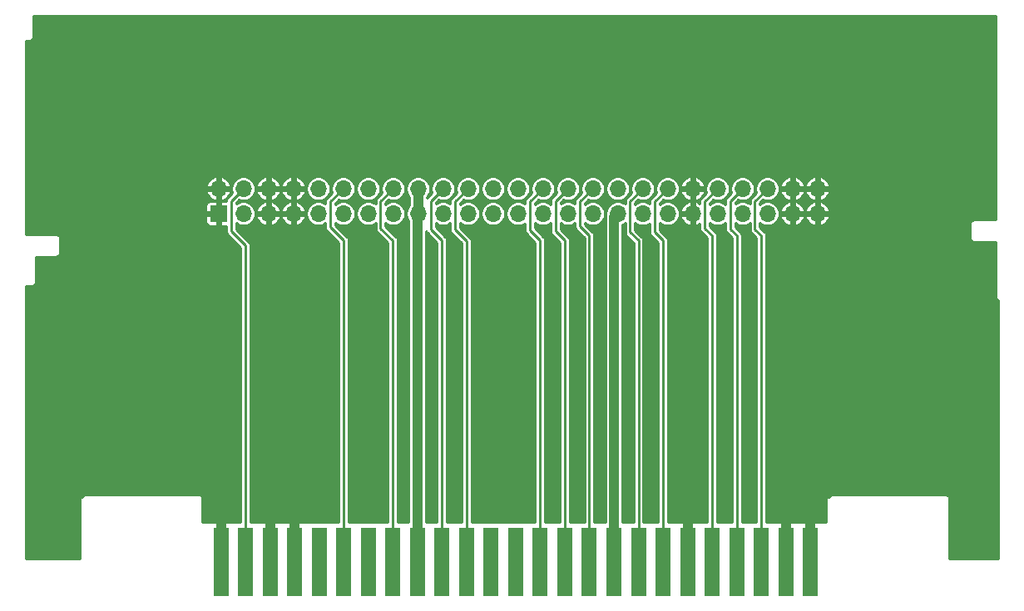
<source format=gtl>
G04 #@! TF.GenerationSoftware,KiCad,Pcbnew,5.1.10*
G04 #@! TF.CreationDate,2021-08-16T17:54:08+02:00*
G04 #@! TF.ProjectId,brutzelkarte,62727574-7a65-46c6-9b61-7274652e6b69,rev?*
G04 #@! TF.SameCoordinates,Original*
G04 #@! TF.FileFunction,Copper,L1,Top*
G04 #@! TF.FilePolarity,Positive*
%FSLAX46Y46*%
G04 Gerber Fmt 4.6, Leading zero omitted, Abs format (unit mm)*
G04 Created by KiCad (PCBNEW 5.1.10) date 2021-08-16 17:54:08*
%MOMM*%
%LPD*%
G01*
G04 APERTURE LIST*
G04 #@! TA.AperFunction,ComponentPad*
%ADD10O,1.700000X1.700000*%
G04 #@! TD*
G04 #@! TA.AperFunction,ComponentPad*
%ADD11R,1.700000X1.700000*%
G04 #@! TD*
G04 #@! TA.AperFunction,SMDPad,CuDef*
%ADD12R,1.500000X7.000000*%
G04 #@! TD*
G04 #@! TA.AperFunction,ComponentPad*
%ADD13C,2.500000*%
G04 #@! TD*
G04 #@! TA.AperFunction,ViaPad*
%ADD14C,0.600000*%
G04 #@! TD*
G04 #@! TA.AperFunction,Conductor*
%ADD15C,1.000000*%
G04 #@! TD*
G04 #@! TA.AperFunction,Conductor*
%ADD16C,0.250000*%
G04 #@! TD*
G04 #@! TA.AperFunction,Conductor*
%ADD17C,0.254000*%
G04 #@! TD*
G04 #@! TA.AperFunction,Conductor*
%ADD18C,0.100000*%
G04 #@! TD*
G04 APERTURE END LIST*
D10*
X163460000Y-87960000D03*
X163460000Y-90500000D03*
X160920000Y-87960000D03*
X160920000Y-90500000D03*
X158380000Y-87960000D03*
X158380000Y-90500000D03*
X155840000Y-87960000D03*
X155840000Y-90500000D03*
X153300000Y-87960000D03*
X153300000Y-90500000D03*
X150760000Y-87960000D03*
X150760000Y-90500000D03*
X148220000Y-87960000D03*
X148220000Y-90500000D03*
X145680000Y-87960000D03*
X145680000Y-90500000D03*
X143140000Y-87960000D03*
X143140000Y-90500000D03*
X140600000Y-87960000D03*
X140600000Y-90500000D03*
X138060000Y-87960000D03*
X138060000Y-90500000D03*
X135520000Y-87960000D03*
X135520000Y-90500000D03*
X132980000Y-87960000D03*
X132980000Y-90500000D03*
X130440000Y-87960000D03*
X130440000Y-90500000D03*
X127900000Y-87960000D03*
X127900000Y-90500000D03*
X125360000Y-87960000D03*
X125360000Y-90500000D03*
X122820000Y-87960000D03*
X122820000Y-90500000D03*
X120280000Y-87960000D03*
X120280000Y-90500000D03*
X117740000Y-87960000D03*
X117740000Y-90500000D03*
X115200000Y-87960000D03*
X115200000Y-90500000D03*
X112660000Y-87960000D03*
X112660000Y-90500000D03*
X110120000Y-87960000D03*
X110120000Y-90500000D03*
X107580000Y-87960000D03*
X107580000Y-90500000D03*
X105040000Y-87960000D03*
X105040000Y-90500000D03*
X102500000Y-87960000D03*
D11*
X102500000Y-90500000D03*
D12*
X102750000Y-126000000D03*
X105250000Y-126000000D03*
X107750000Y-126000000D03*
X110250000Y-126000000D03*
X112750000Y-126000000D03*
X115250000Y-126000000D03*
X117750000Y-126000000D03*
X120250000Y-126000000D03*
X122750000Y-126000000D03*
X125250000Y-126000000D03*
X127750000Y-126000000D03*
X130250000Y-126000000D03*
X132750000Y-126000000D03*
X135250000Y-126000000D03*
X137750000Y-126000000D03*
X140250000Y-126000000D03*
X142750000Y-126000000D03*
X145250000Y-126000000D03*
X147750000Y-126000000D03*
X150250000Y-126000000D03*
X152750000Y-126000000D03*
X155250000Y-126000000D03*
X157750000Y-126000000D03*
X160250000Y-126000000D03*
X162750000Y-126000000D03*
D13*
X180150000Y-122600000D03*
X85350000Y-122600000D03*
D14*
X114000000Y-94500000D03*
X116500000Y-94500000D03*
X119000000Y-94500000D03*
X121500000Y-94500000D03*
X124000000Y-94500000D03*
X126500000Y-94500000D03*
X129000000Y-94500000D03*
X131500000Y-94500000D03*
X134000000Y-94500000D03*
X136500000Y-94500000D03*
X139000000Y-94500000D03*
X141500000Y-94500000D03*
X144000000Y-94500000D03*
X146500000Y-94500000D03*
X149000000Y-94500000D03*
X151500000Y-94500000D03*
X154000000Y-94500000D03*
X156500000Y-94500000D03*
X159000000Y-94500000D03*
X111500000Y-94500000D03*
X109000000Y-94500000D03*
X106500000Y-94500000D03*
X104000000Y-94500000D03*
X124000000Y-98500000D03*
X126500000Y-98500000D03*
X129000000Y-98500000D03*
X136500000Y-98500000D03*
X139000000Y-98500000D03*
X149000000Y-98500000D03*
X121500000Y-98500000D03*
X106500000Y-98500000D03*
X159000000Y-98500000D03*
X104000000Y-98500000D03*
X109000000Y-98500000D03*
X131500000Y-98500000D03*
X116500000Y-98500000D03*
X154000000Y-98500000D03*
X151500000Y-98500000D03*
X144000000Y-98500000D03*
X146500000Y-98500000D03*
X134000000Y-98500000D03*
X119000000Y-98500000D03*
X156500000Y-98500000D03*
X114000000Y-98500000D03*
X141500000Y-98500000D03*
X111500000Y-98500000D03*
X104000000Y-102500000D03*
X126500000Y-102500000D03*
X109000000Y-102500000D03*
X111500000Y-102500000D03*
X159000000Y-102500000D03*
X124000000Y-102500000D03*
X156500000Y-102500000D03*
X151500000Y-102500000D03*
X129000000Y-102500000D03*
X131500000Y-102500000D03*
X154000000Y-102500000D03*
X121500000Y-102500000D03*
X134000000Y-102500000D03*
X114000000Y-102500000D03*
X149000000Y-102500000D03*
X136500000Y-102500000D03*
X144000000Y-102500000D03*
X141500000Y-102500000D03*
X146500000Y-102500000D03*
X139000000Y-102500000D03*
X116500000Y-102500000D03*
X119000000Y-102500000D03*
X106500000Y-102500000D03*
X151500000Y-106500000D03*
X136500000Y-106500000D03*
X154000000Y-106500000D03*
X116500000Y-106500000D03*
X114000000Y-106500000D03*
X106500000Y-106500000D03*
X146500000Y-106500000D03*
X144000000Y-106500000D03*
X156500000Y-106500000D03*
X121500000Y-106500000D03*
X104000000Y-106500000D03*
X139000000Y-106500000D03*
X124000000Y-106500000D03*
X109000000Y-106500000D03*
X134000000Y-106500000D03*
X126500000Y-106500000D03*
X119000000Y-106500000D03*
X131500000Y-106500000D03*
X129000000Y-106500000D03*
X111500000Y-106500000D03*
X149000000Y-106500000D03*
X141500000Y-106500000D03*
X159000000Y-106500000D03*
X156500000Y-110500000D03*
X114000000Y-110500000D03*
X119000000Y-110500000D03*
X126500000Y-110500000D03*
X144000000Y-110500000D03*
X116500000Y-110500000D03*
X151500000Y-110500000D03*
X109000000Y-110500000D03*
X159000000Y-110500000D03*
X124000000Y-110500000D03*
X154000000Y-110500000D03*
X106500000Y-110500000D03*
X129000000Y-110500000D03*
X111500000Y-110500000D03*
X121500000Y-110500000D03*
X104000000Y-110500000D03*
X149000000Y-110500000D03*
X139000000Y-110500000D03*
X141500000Y-110500000D03*
X146500000Y-110500000D03*
X131500000Y-110500000D03*
X136500000Y-110500000D03*
X134000000Y-110500000D03*
X104000000Y-114500000D03*
X106500000Y-114500000D03*
X156500000Y-114500000D03*
X121500000Y-114500000D03*
X141500000Y-114500000D03*
X124000000Y-114500000D03*
X109000000Y-114500000D03*
X154000000Y-114500000D03*
X111500000Y-114500000D03*
X136500000Y-114500000D03*
X151500000Y-114500000D03*
X119000000Y-114500000D03*
X126500000Y-114500000D03*
X129000000Y-114500000D03*
X144000000Y-114500000D03*
X159000000Y-114500000D03*
X131500000Y-114500000D03*
X116500000Y-114500000D03*
X149000000Y-114500000D03*
X114000000Y-114500000D03*
X146500000Y-114500000D03*
X139000000Y-114500000D03*
X134000000Y-114500000D03*
X124000000Y-118500000D03*
X149000000Y-118500000D03*
X141500000Y-118500000D03*
X121500000Y-118500000D03*
X134000000Y-118500000D03*
X146500000Y-118500000D03*
X144000000Y-118500000D03*
X154000000Y-118500000D03*
X114000000Y-118500000D03*
X111500000Y-118500000D03*
X156500000Y-118500000D03*
X119000000Y-118500000D03*
X131500000Y-118500000D03*
X116500000Y-118500000D03*
X126500000Y-118500000D03*
X159000000Y-118500000D03*
X104000000Y-118500000D03*
X151500000Y-118500000D03*
X109000000Y-118500000D03*
X129000000Y-118500000D03*
X106500000Y-118500000D03*
X136500000Y-118500000D03*
X139000000Y-118500000D03*
D15*
X102750000Y-126000000D02*
X102750000Y-120250000D01*
X107750000Y-126000000D02*
X107750000Y-120250000D01*
X110250000Y-126000000D02*
X110250000Y-120250000D01*
X150250000Y-126000000D02*
X150250000Y-120750000D01*
X160250000Y-126000000D02*
X160250000Y-120250000D01*
X162750000Y-126000000D02*
X162750000Y-120250000D01*
X122750000Y-90570000D02*
X122820000Y-90500000D01*
X122820000Y-90500000D02*
X122820000Y-87960000D01*
X142750000Y-90890000D02*
X143140000Y-90500000D01*
X122750000Y-126000000D02*
X122750000Y-90570000D01*
X142750000Y-126000000D02*
X142750000Y-90890000D01*
D16*
X146900000Y-89906998D02*
X146900000Y-89280000D01*
X146900000Y-89280000D02*
X148220000Y-87960000D01*
X146905001Y-91088001D02*
X146905001Y-89911999D01*
X146900000Y-91093002D02*
X146905001Y-91088001D01*
X146905001Y-89911999D02*
X146900000Y-89906998D01*
X146900000Y-92400000D02*
X146900000Y-91093002D01*
X147750000Y-93250000D02*
X146900000Y-92400000D01*
X147750000Y-126000000D02*
X147750000Y-93250000D01*
X144400000Y-89240000D02*
X145680000Y-87960000D01*
X144400000Y-92400000D02*
X144400000Y-89240000D01*
X145250000Y-93250000D02*
X144400000Y-92400000D01*
X145250000Y-126000000D02*
X145250000Y-93250000D01*
X139300000Y-89260000D02*
X140600000Y-87960000D01*
X139300000Y-91800000D02*
X139300000Y-89260000D01*
X140250000Y-92750000D02*
X139300000Y-91800000D01*
X140250000Y-126000000D02*
X140250000Y-92750000D01*
X136800000Y-89220000D02*
X138060000Y-87960000D01*
X136800000Y-92300000D02*
X136800000Y-89220000D01*
X137750000Y-93250000D02*
X136800000Y-92300000D01*
X137750000Y-126000000D02*
X137750000Y-93250000D01*
X135250000Y-93250000D02*
X135000000Y-93000000D01*
X135250000Y-126000000D02*
X135250000Y-93250000D01*
X134200000Y-89280000D02*
X135520000Y-87960000D01*
X134200000Y-89906998D02*
X134200000Y-89280000D01*
X134205001Y-89911999D02*
X134200000Y-89906998D01*
X134205001Y-91088001D02*
X134205001Y-89911999D01*
X134200000Y-91093002D02*
X134205001Y-91088001D01*
X134200000Y-92200000D02*
X134200000Y-91093002D01*
X135250000Y-93250000D02*
X134200000Y-92200000D01*
X126600000Y-89260000D02*
X127900000Y-87960000D01*
X126600000Y-92150002D02*
X126600000Y-89260000D01*
X127750000Y-93300002D02*
X126600000Y-92150002D01*
X127750000Y-126000000D02*
X127750000Y-93300002D01*
X124100000Y-89220000D02*
X125360000Y-87960000D01*
X125250000Y-93250000D02*
X124100000Y-92100000D01*
X124100000Y-92100000D02*
X124100000Y-89220000D01*
X125250000Y-126000000D02*
X125250000Y-93250000D01*
X119000000Y-89240000D02*
X120280000Y-87960000D01*
X119000000Y-92000000D02*
X119000000Y-89240000D01*
X120250000Y-93250000D02*
X119000000Y-92000000D01*
X120250000Y-126000000D02*
X120250000Y-93250000D01*
X113900000Y-89260000D02*
X115200000Y-87960000D01*
X113900000Y-91900000D02*
X113900000Y-89260000D01*
X115250000Y-93250000D02*
X113900000Y-91900000D01*
X115250000Y-126000000D02*
X115250000Y-93250000D01*
X157100000Y-89240000D02*
X158380000Y-87960000D01*
X157100000Y-92100000D02*
X157100000Y-89240000D01*
X157750000Y-92750000D02*
X157100000Y-92100000D01*
X157750000Y-126000000D02*
X157750000Y-92750000D01*
X154600000Y-89200000D02*
X155840000Y-87960000D01*
X154600000Y-92100000D02*
X154600000Y-89200000D01*
X155250000Y-92750000D02*
X154600000Y-92100000D01*
X155250000Y-126000000D02*
X155250000Y-92750000D01*
X152000000Y-92000000D02*
X152000000Y-89260000D01*
X152750000Y-92750000D02*
X152000000Y-92000000D01*
X152000000Y-89260000D02*
X153300000Y-87960000D01*
X152750000Y-126000000D02*
X152750000Y-92750000D01*
X103800000Y-89200000D02*
X105040000Y-87960000D01*
X103800000Y-92300000D02*
X103800000Y-89200000D01*
X105250000Y-93750000D02*
X103800000Y-92300000D01*
X105250000Y-126000000D02*
X105250000Y-93750000D01*
D17*
X181623001Y-91123000D02*
X179418519Y-91123000D01*
X179400000Y-91121176D01*
X179374239Y-91123713D01*
X179326095Y-91128455D01*
X179255030Y-91150012D01*
X179189537Y-91185019D01*
X179132131Y-91232131D01*
X179085019Y-91289537D01*
X179050012Y-91355030D01*
X179028455Y-91426095D01*
X179021176Y-91500000D01*
X179023001Y-91518529D01*
X179023000Y-92981480D01*
X179021176Y-93000000D01*
X179028455Y-93073905D01*
X179050012Y-93144970D01*
X179085019Y-93210463D01*
X179121786Y-93255264D01*
X179132131Y-93267869D01*
X179189537Y-93314981D01*
X179255030Y-93349988D01*
X179326095Y-93371545D01*
X179400000Y-93378824D01*
X179418519Y-93377000D01*
X181623000Y-93377000D01*
X181623001Y-98981471D01*
X181621176Y-99000000D01*
X181628455Y-99073905D01*
X181650012Y-99144970D01*
X181685019Y-99210463D01*
X181732131Y-99267869D01*
X181789537Y-99314981D01*
X181855030Y-99349988D01*
X181873000Y-99355439D01*
X181873000Y-125623000D01*
X176877000Y-125623000D01*
X176877000Y-119518519D01*
X176878824Y-119500000D01*
X176871545Y-119426095D01*
X176849988Y-119355030D01*
X176814981Y-119289537D01*
X176767869Y-119232131D01*
X176710463Y-119185019D01*
X176644970Y-119150012D01*
X176573905Y-119128455D01*
X176518519Y-119123000D01*
X176500000Y-119121176D01*
X176481481Y-119123000D01*
X165018519Y-119123000D01*
X165000000Y-119121176D01*
X164981481Y-119123000D01*
X164926095Y-119128455D01*
X164855030Y-119150012D01*
X164789537Y-119185019D01*
X164732131Y-119232131D01*
X164685019Y-119289537D01*
X164650012Y-119355030D01*
X164644561Y-119373000D01*
X164500000Y-119373000D01*
X164475224Y-119375440D01*
X164451399Y-119382667D01*
X164429443Y-119394403D01*
X164410197Y-119410197D01*
X164394403Y-119429443D01*
X164382667Y-119451399D01*
X164375440Y-119475224D01*
X164373000Y-119500000D01*
X164373000Y-121903000D01*
X158252000Y-121903000D01*
X158252000Y-92774643D01*
X158254427Y-92750000D01*
X158252000Y-92725357D01*
X158252000Y-92725347D01*
X158244736Y-92651591D01*
X158216031Y-92556964D01*
X158169417Y-92469755D01*
X158158690Y-92456684D01*
X158122400Y-92412464D01*
X158122392Y-92412456D01*
X158106684Y-92393316D01*
X158087543Y-92377607D01*
X157602000Y-91892066D01*
X157602000Y-91455857D01*
X157798798Y-91587353D01*
X158022097Y-91679847D01*
X158259151Y-91727000D01*
X158500849Y-91727000D01*
X158737903Y-91679847D01*
X158961202Y-91587353D01*
X159162167Y-91453073D01*
X159333073Y-91282167D01*
X159467353Y-91081202D01*
X159555334Y-90868796D01*
X159697405Y-90868796D01*
X159792845Y-91100226D01*
X159931601Y-91308590D01*
X160108341Y-91485880D01*
X160316272Y-91625283D01*
X160547404Y-91721442D01*
X160551205Y-91722587D01*
X160747000Y-91657392D01*
X160747000Y-90673000D01*
X161093000Y-90673000D01*
X161093000Y-91657392D01*
X161288795Y-91722587D01*
X161292596Y-91721442D01*
X161523728Y-91625283D01*
X161731659Y-91485880D01*
X161908399Y-91308590D01*
X162047155Y-91100226D01*
X162142595Y-90868796D01*
X162237405Y-90868796D01*
X162332845Y-91100226D01*
X162471601Y-91308590D01*
X162648341Y-91485880D01*
X162856272Y-91625283D01*
X163087404Y-91721442D01*
X163091205Y-91722587D01*
X163287000Y-91657392D01*
X163287000Y-90673000D01*
X163633000Y-90673000D01*
X163633000Y-91657392D01*
X163828795Y-91722587D01*
X163832596Y-91721442D01*
X164063728Y-91625283D01*
X164271659Y-91485880D01*
X164448399Y-91308590D01*
X164587155Y-91100226D01*
X164682595Y-90868796D01*
X164618485Y-90673000D01*
X163633000Y-90673000D01*
X163287000Y-90673000D01*
X162301515Y-90673000D01*
X162237405Y-90868796D01*
X162142595Y-90868796D01*
X162078485Y-90673000D01*
X161093000Y-90673000D01*
X160747000Y-90673000D01*
X159761515Y-90673000D01*
X159697405Y-90868796D01*
X159555334Y-90868796D01*
X159559847Y-90857903D01*
X159607000Y-90620849D01*
X159607000Y-90379151D01*
X159559847Y-90142097D01*
X159555335Y-90131204D01*
X159697405Y-90131204D01*
X159761515Y-90327000D01*
X160747000Y-90327000D01*
X160747000Y-89342608D01*
X161093000Y-89342608D01*
X161093000Y-90327000D01*
X162078485Y-90327000D01*
X162142595Y-90131204D01*
X162237405Y-90131204D01*
X162301515Y-90327000D01*
X163287000Y-90327000D01*
X163287000Y-89342608D01*
X163633000Y-89342608D01*
X163633000Y-90327000D01*
X164618485Y-90327000D01*
X164682595Y-90131204D01*
X164587155Y-89899774D01*
X164448399Y-89691410D01*
X164271659Y-89514120D01*
X164063728Y-89374717D01*
X163832596Y-89278558D01*
X163828795Y-89277413D01*
X163633000Y-89342608D01*
X163287000Y-89342608D01*
X163091205Y-89277413D01*
X163087404Y-89278558D01*
X162856272Y-89374717D01*
X162648341Y-89514120D01*
X162471601Y-89691410D01*
X162332845Y-89899774D01*
X162237405Y-90131204D01*
X162142595Y-90131204D01*
X162047155Y-89899774D01*
X161908399Y-89691410D01*
X161731659Y-89514120D01*
X161523728Y-89374717D01*
X161292596Y-89278558D01*
X161288795Y-89277413D01*
X161093000Y-89342608D01*
X160747000Y-89342608D01*
X160551205Y-89277413D01*
X160547404Y-89278558D01*
X160316272Y-89374717D01*
X160108341Y-89514120D01*
X159931601Y-89691410D01*
X159792845Y-89899774D01*
X159697405Y-90131204D01*
X159555335Y-90131204D01*
X159467353Y-89918798D01*
X159333073Y-89717833D01*
X159162167Y-89546927D01*
X158961202Y-89412647D01*
X158737903Y-89320153D01*
X158500849Y-89273000D01*
X158259151Y-89273000D01*
X158022097Y-89320153D01*
X157798798Y-89412647D01*
X157602000Y-89544143D01*
X157602000Y-89447934D01*
X157942894Y-89107040D01*
X158022097Y-89139847D01*
X158259151Y-89187000D01*
X158500849Y-89187000D01*
X158737903Y-89139847D01*
X158961202Y-89047353D01*
X159162167Y-88913073D01*
X159333073Y-88742167D01*
X159467353Y-88541202D01*
X159555334Y-88328796D01*
X159697405Y-88328796D01*
X159792845Y-88560226D01*
X159931601Y-88768590D01*
X160108341Y-88945880D01*
X160316272Y-89085283D01*
X160547404Y-89181442D01*
X160551205Y-89182587D01*
X160747000Y-89117392D01*
X160747000Y-88133000D01*
X161093000Y-88133000D01*
X161093000Y-89117392D01*
X161288795Y-89182587D01*
X161292596Y-89181442D01*
X161523728Y-89085283D01*
X161731659Y-88945880D01*
X161908399Y-88768590D01*
X162047155Y-88560226D01*
X162142595Y-88328796D01*
X162237405Y-88328796D01*
X162332845Y-88560226D01*
X162471601Y-88768590D01*
X162648341Y-88945880D01*
X162856272Y-89085283D01*
X163087404Y-89181442D01*
X163091205Y-89182587D01*
X163287000Y-89117392D01*
X163287000Y-88133000D01*
X163633000Y-88133000D01*
X163633000Y-89117392D01*
X163828795Y-89182587D01*
X163832596Y-89181442D01*
X164063728Y-89085283D01*
X164271659Y-88945880D01*
X164448399Y-88768590D01*
X164587155Y-88560226D01*
X164682595Y-88328796D01*
X164618485Y-88133000D01*
X163633000Y-88133000D01*
X163287000Y-88133000D01*
X162301515Y-88133000D01*
X162237405Y-88328796D01*
X162142595Y-88328796D01*
X162078485Y-88133000D01*
X161093000Y-88133000D01*
X160747000Y-88133000D01*
X159761515Y-88133000D01*
X159697405Y-88328796D01*
X159555334Y-88328796D01*
X159559847Y-88317903D01*
X159607000Y-88080849D01*
X159607000Y-87839151D01*
X159559847Y-87602097D01*
X159555335Y-87591204D01*
X159697405Y-87591204D01*
X159761515Y-87787000D01*
X160747000Y-87787000D01*
X160747000Y-86802608D01*
X161093000Y-86802608D01*
X161093000Y-87787000D01*
X162078485Y-87787000D01*
X162142595Y-87591204D01*
X162237405Y-87591204D01*
X162301515Y-87787000D01*
X163287000Y-87787000D01*
X163287000Y-86802608D01*
X163633000Y-86802608D01*
X163633000Y-87787000D01*
X164618485Y-87787000D01*
X164682595Y-87591204D01*
X164587155Y-87359774D01*
X164448399Y-87151410D01*
X164271659Y-86974120D01*
X164063728Y-86834717D01*
X163832596Y-86738558D01*
X163828795Y-86737413D01*
X163633000Y-86802608D01*
X163287000Y-86802608D01*
X163091205Y-86737413D01*
X163087404Y-86738558D01*
X162856272Y-86834717D01*
X162648341Y-86974120D01*
X162471601Y-87151410D01*
X162332845Y-87359774D01*
X162237405Y-87591204D01*
X162142595Y-87591204D01*
X162047155Y-87359774D01*
X161908399Y-87151410D01*
X161731659Y-86974120D01*
X161523728Y-86834717D01*
X161292596Y-86738558D01*
X161288795Y-86737413D01*
X161093000Y-86802608D01*
X160747000Y-86802608D01*
X160551205Y-86737413D01*
X160547404Y-86738558D01*
X160316272Y-86834717D01*
X160108341Y-86974120D01*
X159931601Y-87151410D01*
X159792845Y-87359774D01*
X159697405Y-87591204D01*
X159555335Y-87591204D01*
X159467353Y-87378798D01*
X159333073Y-87177833D01*
X159162167Y-87006927D01*
X158961202Y-86872647D01*
X158737903Y-86780153D01*
X158500849Y-86733000D01*
X158259151Y-86733000D01*
X158022097Y-86780153D01*
X157798798Y-86872647D01*
X157597833Y-87006927D01*
X157426927Y-87177833D01*
X157292647Y-87378798D01*
X157200153Y-87602097D01*
X157153000Y-87839151D01*
X157153000Y-88080849D01*
X157200153Y-88317903D01*
X157232960Y-88397106D01*
X156762463Y-88867603D01*
X156743317Y-88883316D01*
X156727604Y-88902462D01*
X156727601Y-88902465D01*
X156680584Y-88959755D01*
X156633970Y-89046964D01*
X156605265Y-89141591D01*
X156595573Y-89240000D01*
X156598001Y-89264653D01*
X156598001Y-89530780D01*
X156421202Y-89412647D01*
X156197903Y-89320153D01*
X155960849Y-89273000D01*
X155719151Y-89273000D01*
X155482097Y-89320153D01*
X155258798Y-89412647D01*
X155102000Y-89517416D01*
X155102000Y-89407934D01*
X155402895Y-89107040D01*
X155482097Y-89139847D01*
X155719151Y-89187000D01*
X155960849Y-89187000D01*
X156197903Y-89139847D01*
X156421202Y-89047353D01*
X156622167Y-88913073D01*
X156793073Y-88742167D01*
X156927353Y-88541202D01*
X157019847Y-88317903D01*
X157067000Y-88080849D01*
X157067000Y-87839151D01*
X157019847Y-87602097D01*
X156927353Y-87378798D01*
X156793073Y-87177833D01*
X156622167Y-87006927D01*
X156421202Y-86872647D01*
X156197903Y-86780153D01*
X155960849Y-86733000D01*
X155719151Y-86733000D01*
X155482097Y-86780153D01*
X155258798Y-86872647D01*
X155057833Y-87006927D01*
X154886927Y-87177833D01*
X154752647Y-87378798D01*
X154660153Y-87602097D01*
X154613000Y-87839151D01*
X154613000Y-88080849D01*
X154660153Y-88317903D01*
X154692960Y-88397105D01*
X154262463Y-88827603D01*
X154243317Y-88843316D01*
X154227604Y-88862462D01*
X154227601Y-88862465D01*
X154180584Y-88919755D01*
X154133970Y-89006964D01*
X154105265Y-89101591D01*
X154095573Y-89200000D01*
X154098001Y-89224653D01*
X154098001Y-89562761D01*
X154082167Y-89546927D01*
X153881202Y-89412647D01*
X153657903Y-89320153D01*
X153420849Y-89273000D01*
X153179151Y-89273000D01*
X152942097Y-89320153D01*
X152718798Y-89412647D01*
X152517833Y-89546927D01*
X152502000Y-89562760D01*
X152502000Y-89467934D01*
X152862895Y-89107040D01*
X152942097Y-89139847D01*
X153179151Y-89187000D01*
X153420849Y-89187000D01*
X153657903Y-89139847D01*
X153881202Y-89047353D01*
X154082167Y-88913073D01*
X154253073Y-88742167D01*
X154387353Y-88541202D01*
X154479847Y-88317903D01*
X154527000Y-88080849D01*
X154527000Y-87839151D01*
X154479847Y-87602097D01*
X154387353Y-87378798D01*
X154253073Y-87177833D01*
X154082167Y-87006927D01*
X153881202Y-86872647D01*
X153657903Y-86780153D01*
X153420849Y-86733000D01*
X153179151Y-86733000D01*
X152942097Y-86780153D01*
X152718798Y-86872647D01*
X152517833Y-87006927D01*
X152346927Y-87177833D01*
X152212647Y-87378798D01*
X152120153Y-87602097D01*
X152073000Y-87839151D01*
X152073000Y-88080849D01*
X152120153Y-88317903D01*
X152152960Y-88397105D01*
X151662463Y-88887603D01*
X151643317Y-88903316D01*
X151627604Y-88922462D01*
X151627601Y-88922465D01*
X151580584Y-88979755D01*
X151533970Y-89066964D01*
X151505265Y-89161591D01*
X151495573Y-89260000D01*
X151498001Y-89284653D01*
X151498001Y-89464737D01*
X151363728Y-89374717D01*
X151132596Y-89278558D01*
X151128795Y-89277413D01*
X150933000Y-89342608D01*
X150933000Y-90327000D01*
X150953000Y-90327000D01*
X150953000Y-90673000D01*
X150933000Y-90673000D01*
X150933000Y-91657392D01*
X151128795Y-91722587D01*
X151132596Y-91721442D01*
X151363728Y-91625283D01*
X151498000Y-91535263D01*
X151498000Y-91975357D01*
X151495573Y-92000000D01*
X151498000Y-92024643D01*
X151498000Y-92024652D01*
X151505264Y-92098408D01*
X151533969Y-92193035D01*
X151580583Y-92280245D01*
X151643316Y-92356684D01*
X151662467Y-92372401D01*
X152248001Y-92957936D01*
X152248000Y-121903000D01*
X148252000Y-121903000D01*
X148252000Y-93274645D01*
X148254427Y-93250000D01*
X148252000Y-93225354D01*
X148252000Y-93225347D01*
X148244736Y-93151591D01*
X148242728Y-93144970D01*
X148216031Y-93056963D01*
X148169417Y-92969754D01*
X148122400Y-92912465D01*
X148122397Y-92912462D01*
X148106684Y-92893316D01*
X148087538Y-92877603D01*
X147402000Y-92192066D01*
X147402000Y-91417240D01*
X147437833Y-91453073D01*
X147638798Y-91587353D01*
X147862097Y-91679847D01*
X148099151Y-91727000D01*
X148340849Y-91727000D01*
X148577903Y-91679847D01*
X148801202Y-91587353D01*
X149002167Y-91453073D01*
X149173073Y-91282167D01*
X149307353Y-91081202D01*
X149395334Y-90868796D01*
X149537405Y-90868796D01*
X149632845Y-91100226D01*
X149771601Y-91308590D01*
X149948341Y-91485880D01*
X150156272Y-91625283D01*
X150387404Y-91721442D01*
X150391205Y-91722587D01*
X150587000Y-91657392D01*
X150587000Y-90673000D01*
X149601515Y-90673000D01*
X149537405Y-90868796D01*
X149395334Y-90868796D01*
X149399847Y-90857903D01*
X149447000Y-90620849D01*
X149447000Y-90379151D01*
X149399847Y-90142097D01*
X149395335Y-90131204D01*
X149537405Y-90131204D01*
X149601515Y-90327000D01*
X150587000Y-90327000D01*
X150587000Y-89342608D01*
X150391205Y-89277413D01*
X150387404Y-89278558D01*
X150156272Y-89374717D01*
X149948341Y-89514120D01*
X149771601Y-89691410D01*
X149632845Y-89899774D01*
X149537405Y-90131204D01*
X149395335Y-90131204D01*
X149307353Y-89918798D01*
X149173073Y-89717833D01*
X149002167Y-89546927D01*
X148801202Y-89412647D01*
X148577903Y-89320153D01*
X148340849Y-89273000D01*
X148099151Y-89273000D01*
X147862097Y-89320153D01*
X147638798Y-89412647D01*
X147437833Y-89546927D01*
X147402000Y-89582760D01*
X147402000Y-89487934D01*
X147782894Y-89107040D01*
X147862097Y-89139847D01*
X148099151Y-89187000D01*
X148340849Y-89187000D01*
X148577903Y-89139847D01*
X148801202Y-89047353D01*
X149002167Y-88913073D01*
X149173073Y-88742167D01*
X149307353Y-88541202D01*
X149395334Y-88328796D01*
X149537405Y-88328796D01*
X149632845Y-88560226D01*
X149771601Y-88768590D01*
X149948341Y-88945880D01*
X150156272Y-89085283D01*
X150387404Y-89181442D01*
X150391205Y-89182587D01*
X150587000Y-89117392D01*
X150587000Y-88133000D01*
X150933000Y-88133000D01*
X150933000Y-89117392D01*
X151128795Y-89182587D01*
X151132596Y-89181442D01*
X151363728Y-89085283D01*
X151571659Y-88945880D01*
X151748399Y-88768590D01*
X151887155Y-88560226D01*
X151982595Y-88328796D01*
X151918485Y-88133000D01*
X150933000Y-88133000D01*
X150587000Y-88133000D01*
X149601515Y-88133000D01*
X149537405Y-88328796D01*
X149395334Y-88328796D01*
X149399847Y-88317903D01*
X149447000Y-88080849D01*
X149447000Y-87839151D01*
X149399847Y-87602097D01*
X149395335Y-87591204D01*
X149537405Y-87591204D01*
X149601515Y-87787000D01*
X150587000Y-87787000D01*
X150587000Y-86802608D01*
X150933000Y-86802608D01*
X150933000Y-87787000D01*
X151918485Y-87787000D01*
X151982595Y-87591204D01*
X151887155Y-87359774D01*
X151748399Y-87151410D01*
X151571659Y-86974120D01*
X151363728Y-86834717D01*
X151132596Y-86738558D01*
X151128795Y-86737413D01*
X150933000Y-86802608D01*
X150587000Y-86802608D01*
X150391205Y-86737413D01*
X150387404Y-86738558D01*
X150156272Y-86834717D01*
X149948341Y-86974120D01*
X149771601Y-87151410D01*
X149632845Y-87359774D01*
X149537405Y-87591204D01*
X149395335Y-87591204D01*
X149307353Y-87378798D01*
X149173073Y-87177833D01*
X149002167Y-87006927D01*
X148801202Y-86872647D01*
X148577903Y-86780153D01*
X148340849Y-86733000D01*
X148099151Y-86733000D01*
X147862097Y-86780153D01*
X147638798Y-86872647D01*
X147437833Y-87006927D01*
X147266927Y-87177833D01*
X147132647Y-87378798D01*
X147040153Y-87602097D01*
X146993000Y-87839151D01*
X146993000Y-88080849D01*
X147040153Y-88317903D01*
X147072960Y-88397106D01*
X146562463Y-88907603D01*
X146543317Y-88923316D01*
X146527604Y-88942462D01*
X146527601Y-88942465D01*
X146480584Y-88999755D01*
X146433970Y-89086964D01*
X146405265Y-89181591D01*
X146395573Y-89280000D01*
X146398001Y-89304652D01*
X146398001Y-89504053D01*
X146261202Y-89412647D01*
X146037903Y-89320153D01*
X145800849Y-89273000D01*
X145559151Y-89273000D01*
X145322097Y-89320153D01*
X145098798Y-89412647D01*
X144902000Y-89544143D01*
X144902000Y-89447934D01*
X145242894Y-89107040D01*
X145322097Y-89139847D01*
X145559151Y-89187000D01*
X145800849Y-89187000D01*
X146037903Y-89139847D01*
X146261202Y-89047353D01*
X146462167Y-88913073D01*
X146633073Y-88742167D01*
X146767353Y-88541202D01*
X146859847Y-88317903D01*
X146907000Y-88080849D01*
X146907000Y-87839151D01*
X146859847Y-87602097D01*
X146767353Y-87378798D01*
X146633073Y-87177833D01*
X146462167Y-87006927D01*
X146261202Y-86872647D01*
X146037903Y-86780153D01*
X145800849Y-86733000D01*
X145559151Y-86733000D01*
X145322097Y-86780153D01*
X145098798Y-86872647D01*
X144897833Y-87006927D01*
X144726927Y-87177833D01*
X144592647Y-87378798D01*
X144500153Y-87602097D01*
X144453000Y-87839151D01*
X144453000Y-88080849D01*
X144500153Y-88317903D01*
X144532960Y-88397106D01*
X144062463Y-88867603D01*
X144043317Y-88883316D01*
X144027604Y-88902462D01*
X144027601Y-88902465D01*
X143980584Y-88959755D01*
X143933970Y-89046964D01*
X143905265Y-89141591D01*
X143895573Y-89240000D01*
X143898001Y-89264653D01*
X143898001Y-89530780D01*
X143721202Y-89412647D01*
X143497903Y-89320153D01*
X143260849Y-89273000D01*
X143019151Y-89273000D01*
X142782097Y-89320153D01*
X142558798Y-89412647D01*
X142357833Y-89546927D01*
X142186927Y-89717833D01*
X142052647Y-89918798D01*
X141960153Y-90142097D01*
X141913000Y-90379151D01*
X141913000Y-90620849D01*
X141913865Y-90625198D01*
X141885690Y-90718078D01*
X141868757Y-90890000D01*
X141873001Y-90933090D01*
X141873000Y-121903000D01*
X140752000Y-121903000D01*
X140752000Y-92774643D01*
X140754427Y-92750000D01*
X140752000Y-92725357D01*
X140752000Y-92725347D01*
X140744736Y-92651591D01*
X140716031Y-92556964D01*
X140669417Y-92469755D01*
X140606684Y-92393316D01*
X140587538Y-92377603D01*
X139802000Y-91592066D01*
X139802000Y-91437240D01*
X139817833Y-91453073D01*
X140018798Y-91587353D01*
X140242097Y-91679847D01*
X140479151Y-91727000D01*
X140720849Y-91727000D01*
X140957903Y-91679847D01*
X141181202Y-91587353D01*
X141382167Y-91453073D01*
X141553073Y-91282167D01*
X141687353Y-91081202D01*
X141779847Y-90857903D01*
X141827000Y-90620849D01*
X141827000Y-90379151D01*
X141779847Y-90142097D01*
X141687353Y-89918798D01*
X141553073Y-89717833D01*
X141382167Y-89546927D01*
X141181202Y-89412647D01*
X140957903Y-89320153D01*
X140720849Y-89273000D01*
X140479151Y-89273000D01*
X140242097Y-89320153D01*
X140018798Y-89412647D01*
X139817833Y-89546927D01*
X139802000Y-89562760D01*
X139802000Y-89467934D01*
X140162895Y-89107040D01*
X140242097Y-89139847D01*
X140479151Y-89187000D01*
X140720849Y-89187000D01*
X140957903Y-89139847D01*
X141181202Y-89047353D01*
X141382167Y-88913073D01*
X141553073Y-88742167D01*
X141687353Y-88541202D01*
X141779847Y-88317903D01*
X141827000Y-88080849D01*
X141827000Y-87839151D01*
X141913000Y-87839151D01*
X141913000Y-88080849D01*
X141960153Y-88317903D01*
X142052647Y-88541202D01*
X142186927Y-88742167D01*
X142357833Y-88913073D01*
X142558798Y-89047353D01*
X142782097Y-89139847D01*
X143019151Y-89187000D01*
X143260849Y-89187000D01*
X143497903Y-89139847D01*
X143721202Y-89047353D01*
X143922167Y-88913073D01*
X144093073Y-88742167D01*
X144227353Y-88541202D01*
X144319847Y-88317903D01*
X144367000Y-88080849D01*
X144367000Y-87839151D01*
X144319847Y-87602097D01*
X144227353Y-87378798D01*
X144093073Y-87177833D01*
X143922167Y-87006927D01*
X143721202Y-86872647D01*
X143497903Y-86780153D01*
X143260849Y-86733000D01*
X143019151Y-86733000D01*
X142782097Y-86780153D01*
X142558798Y-86872647D01*
X142357833Y-87006927D01*
X142186927Y-87177833D01*
X142052647Y-87378798D01*
X141960153Y-87602097D01*
X141913000Y-87839151D01*
X141827000Y-87839151D01*
X141779847Y-87602097D01*
X141687353Y-87378798D01*
X141553073Y-87177833D01*
X141382167Y-87006927D01*
X141181202Y-86872647D01*
X140957903Y-86780153D01*
X140720849Y-86733000D01*
X140479151Y-86733000D01*
X140242097Y-86780153D01*
X140018798Y-86872647D01*
X139817833Y-87006927D01*
X139646927Y-87177833D01*
X139512647Y-87378798D01*
X139420153Y-87602097D01*
X139373000Y-87839151D01*
X139373000Y-88080849D01*
X139420153Y-88317903D01*
X139452960Y-88397105D01*
X138962463Y-88887603D01*
X138943317Y-88903316D01*
X138927604Y-88922462D01*
X138927601Y-88922465D01*
X138880584Y-88979755D01*
X138833970Y-89066964D01*
X138805265Y-89161591D01*
X138795573Y-89260000D01*
X138798001Y-89284653D01*
X138798001Y-89517416D01*
X138641202Y-89412647D01*
X138417903Y-89320153D01*
X138180849Y-89273000D01*
X137939151Y-89273000D01*
X137702097Y-89320153D01*
X137478798Y-89412647D01*
X137302000Y-89530779D01*
X137302000Y-89427934D01*
X137622894Y-89107040D01*
X137702097Y-89139847D01*
X137939151Y-89187000D01*
X138180849Y-89187000D01*
X138417903Y-89139847D01*
X138641202Y-89047353D01*
X138842167Y-88913073D01*
X139013073Y-88742167D01*
X139147353Y-88541202D01*
X139239847Y-88317903D01*
X139287000Y-88080849D01*
X139287000Y-87839151D01*
X139239847Y-87602097D01*
X139147353Y-87378798D01*
X139013073Y-87177833D01*
X138842167Y-87006927D01*
X138641202Y-86872647D01*
X138417903Y-86780153D01*
X138180849Y-86733000D01*
X137939151Y-86733000D01*
X137702097Y-86780153D01*
X137478798Y-86872647D01*
X137277833Y-87006927D01*
X137106927Y-87177833D01*
X136972647Y-87378798D01*
X136880153Y-87602097D01*
X136833000Y-87839151D01*
X136833000Y-88080849D01*
X136880153Y-88317903D01*
X136912960Y-88397106D01*
X136462463Y-88847603D01*
X136443317Y-88863316D01*
X136427604Y-88882462D01*
X136427601Y-88882465D01*
X136380584Y-88939755D01*
X136333970Y-89026964D01*
X136305265Y-89121591D01*
X136295573Y-89220000D01*
X136298001Y-89244653D01*
X136298001Y-89544143D01*
X136101202Y-89412647D01*
X135877903Y-89320153D01*
X135640849Y-89273000D01*
X135399151Y-89273000D01*
X135162097Y-89320153D01*
X134938798Y-89412647D01*
X134737833Y-89546927D01*
X134702000Y-89582760D01*
X134702000Y-89487934D01*
X135082894Y-89107040D01*
X135162097Y-89139847D01*
X135399151Y-89187000D01*
X135640849Y-89187000D01*
X135877903Y-89139847D01*
X136101202Y-89047353D01*
X136302167Y-88913073D01*
X136473073Y-88742167D01*
X136607353Y-88541202D01*
X136699847Y-88317903D01*
X136747000Y-88080849D01*
X136747000Y-87839151D01*
X136699847Y-87602097D01*
X136607353Y-87378798D01*
X136473073Y-87177833D01*
X136302167Y-87006927D01*
X136101202Y-86872647D01*
X135877903Y-86780153D01*
X135640849Y-86733000D01*
X135399151Y-86733000D01*
X135162097Y-86780153D01*
X134938798Y-86872647D01*
X134737833Y-87006927D01*
X134566927Y-87177833D01*
X134432647Y-87378798D01*
X134340153Y-87602097D01*
X134293000Y-87839151D01*
X134293000Y-88080849D01*
X134340153Y-88317903D01*
X134372960Y-88397106D01*
X133862463Y-88907603D01*
X133843317Y-88923316D01*
X133827604Y-88942462D01*
X133827601Y-88942465D01*
X133780584Y-88999755D01*
X133733970Y-89086964D01*
X133705265Y-89181591D01*
X133695573Y-89280000D01*
X133698001Y-89304652D01*
X133698001Y-89504053D01*
X133561202Y-89412647D01*
X133337903Y-89320153D01*
X133100849Y-89273000D01*
X132859151Y-89273000D01*
X132622097Y-89320153D01*
X132398798Y-89412647D01*
X132197833Y-89546927D01*
X132026927Y-89717833D01*
X131892647Y-89918798D01*
X131800153Y-90142097D01*
X131753000Y-90379151D01*
X131753000Y-90620849D01*
X131800153Y-90857903D01*
X131892647Y-91081202D01*
X132026927Y-91282167D01*
X132197833Y-91453073D01*
X132398798Y-91587353D01*
X132622097Y-91679847D01*
X132859151Y-91727000D01*
X133100849Y-91727000D01*
X133337903Y-91679847D01*
X133561202Y-91587353D01*
X133698001Y-91495947D01*
X133698000Y-92175357D01*
X133695573Y-92200000D01*
X133698000Y-92224643D01*
X133698000Y-92224652D01*
X133705264Y-92298408D01*
X133733969Y-92393035D01*
X133780583Y-92480245D01*
X133843316Y-92556684D01*
X133862467Y-92572401D01*
X134748001Y-93457936D01*
X134748000Y-121903000D01*
X128252000Y-121903000D01*
X128252000Y-93324647D01*
X128254427Y-93300002D01*
X128252000Y-93275356D01*
X128252000Y-93275349D01*
X128244736Y-93201593D01*
X128244736Y-93201592D01*
X128216031Y-93106965D01*
X128169417Y-93019756D01*
X128122400Y-92962466D01*
X128122392Y-92962458D01*
X128106684Y-92943318D01*
X128087543Y-92927609D01*
X127102000Y-91942068D01*
X127102000Y-91437240D01*
X127117833Y-91453073D01*
X127318798Y-91587353D01*
X127542097Y-91679847D01*
X127779151Y-91727000D01*
X128020849Y-91727000D01*
X128257903Y-91679847D01*
X128481202Y-91587353D01*
X128682167Y-91453073D01*
X128853073Y-91282167D01*
X128987353Y-91081202D01*
X129079847Y-90857903D01*
X129127000Y-90620849D01*
X129127000Y-90379151D01*
X129213000Y-90379151D01*
X129213000Y-90620849D01*
X129260153Y-90857903D01*
X129352647Y-91081202D01*
X129486927Y-91282167D01*
X129657833Y-91453073D01*
X129858798Y-91587353D01*
X130082097Y-91679847D01*
X130319151Y-91727000D01*
X130560849Y-91727000D01*
X130797903Y-91679847D01*
X131021202Y-91587353D01*
X131222167Y-91453073D01*
X131393073Y-91282167D01*
X131527353Y-91081202D01*
X131619847Y-90857903D01*
X131667000Y-90620849D01*
X131667000Y-90379151D01*
X131619847Y-90142097D01*
X131527353Y-89918798D01*
X131393073Y-89717833D01*
X131222167Y-89546927D01*
X131021202Y-89412647D01*
X130797903Y-89320153D01*
X130560849Y-89273000D01*
X130319151Y-89273000D01*
X130082097Y-89320153D01*
X129858798Y-89412647D01*
X129657833Y-89546927D01*
X129486927Y-89717833D01*
X129352647Y-89918798D01*
X129260153Y-90142097D01*
X129213000Y-90379151D01*
X129127000Y-90379151D01*
X129079847Y-90142097D01*
X128987353Y-89918798D01*
X128853073Y-89717833D01*
X128682167Y-89546927D01*
X128481202Y-89412647D01*
X128257903Y-89320153D01*
X128020849Y-89273000D01*
X127779151Y-89273000D01*
X127542097Y-89320153D01*
X127318798Y-89412647D01*
X127117833Y-89546927D01*
X127102000Y-89562760D01*
X127102000Y-89467934D01*
X127462895Y-89107040D01*
X127542097Y-89139847D01*
X127779151Y-89187000D01*
X128020849Y-89187000D01*
X128257903Y-89139847D01*
X128481202Y-89047353D01*
X128682167Y-88913073D01*
X128853073Y-88742167D01*
X128987353Y-88541202D01*
X129079847Y-88317903D01*
X129127000Y-88080849D01*
X129127000Y-87839151D01*
X129213000Y-87839151D01*
X129213000Y-88080849D01*
X129260153Y-88317903D01*
X129352647Y-88541202D01*
X129486927Y-88742167D01*
X129657833Y-88913073D01*
X129858798Y-89047353D01*
X130082097Y-89139847D01*
X130319151Y-89187000D01*
X130560849Y-89187000D01*
X130797903Y-89139847D01*
X131021202Y-89047353D01*
X131222167Y-88913073D01*
X131393073Y-88742167D01*
X131527353Y-88541202D01*
X131619847Y-88317903D01*
X131667000Y-88080849D01*
X131667000Y-87839151D01*
X131753000Y-87839151D01*
X131753000Y-88080849D01*
X131800153Y-88317903D01*
X131892647Y-88541202D01*
X132026927Y-88742167D01*
X132197833Y-88913073D01*
X132398798Y-89047353D01*
X132622097Y-89139847D01*
X132859151Y-89187000D01*
X133100849Y-89187000D01*
X133337903Y-89139847D01*
X133561202Y-89047353D01*
X133762167Y-88913073D01*
X133933073Y-88742167D01*
X134067353Y-88541202D01*
X134159847Y-88317903D01*
X134207000Y-88080849D01*
X134207000Y-87839151D01*
X134159847Y-87602097D01*
X134067353Y-87378798D01*
X133933073Y-87177833D01*
X133762167Y-87006927D01*
X133561202Y-86872647D01*
X133337903Y-86780153D01*
X133100849Y-86733000D01*
X132859151Y-86733000D01*
X132622097Y-86780153D01*
X132398798Y-86872647D01*
X132197833Y-87006927D01*
X132026927Y-87177833D01*
X131892647Y-87378798D01*
X131800153Y-87602097D01*
X131753000Y-87839151D01*
X131667000Y-87839151D01*
X131619847Y-87602097D01*
X131527353Y-87378798D01*
X131393073Y-87177833D01*
X131222167Y-87006927D01*
X131021202Y-86872647D01*
X130797903Y-86780153D01*
X130560849Y-86733000D01*
X130319151Y-86733000D01*
X130082097Y-86780153D01*
X129858798Y-86872647D01*
X129657833Y-87006927D01*
X129486927Y-87177833D01*
X129352647Y-87378798D01*
X129260153Y-87602097D01*
X129213000Y-87839151D01*
X129127000Y-87839151D01*
X129079847Y-87602097D01*
X128987353Y-87378798D01*
X128853073Y-87177833D01*
X128682167Y-87006927D01*
X128481202Y-86872647D01*
X128257903Y-86780153D01*
X128020849Y-86733000D01*
X127779151Y-86733000D01*
X127542097Y-86780153D01*
X127318798Y-86872647D01*
X127117833Y-87006927D01*
X126946927Y-87177833D01*
X126812647Y-87378798D01*
X126720153Y-87602097D01*
X126673000Y-87839151D01*
X126673000Y-88080849D01*
X126720153Y-88317903D01*
X126752960Y-88397105D01*
X126262463Y-88887603D01*
X126243317Y-88903316D01*
X126227604Y-88922462D01*
X126227601Y-88922465D01*
X126180584Y-88979755D01*
X126133970Y-89066964D01*
X126105265Y-89161591D01*
X126095573Y-89260000D01*
X126098001Y-89284653D01*
X126098001Y-89517416D01*
X125941202Y-89412647D01*
X125717903Y-89320153D01*
X125480849Y-89273000D01*
X125239151Y-89273000D01*
X125002097Y-89320153D01*
X124778798Y-89412647D01*
X124602000Y-89530779D01*
X124602000Y-89427934D01*
X124922894Y-89107040D01*
X125002097Y-89139847D01*
X125239151Y-89187000D01*
X125480849Y-89187000D01*
X125717903Y-89139847D01*
X125941202Y-89047353D01*
X126142167Y-88913073D01*
X126313073Y-88742167D01*
X126447353Y-88541202D01*
X126539847Y-88317903D01*
X126587000Y-88080849D01*
X126587000Y-87839151D01*
X126539847Y-87602097D01*
X126447353Y-87378798D01*
X126313073Y-87177833D01*
X126142167Y-87006927D01*
X125941202Y-86872647D01*
X125717903Y-86780153D01*
X125480849Y-86733000D01*
X125239151Y-86733000D01*
X125002097Y-86780153D01*
X124778798Y-86872647D01*
X124577833Y-87006927D01*
X124406927Y-87177833D01*
X124272647Y-87378798D01*
X124180153Y-87602097D01*
X124133000Y-87839151D01*
X124133000Y-88080849D01*
X124180153Y-88317903D01*
X124212960Y-88397106D01*
X123762463Y-88847603D01*
X123743317Y-88863316D01*
X123727604Y-88882462D01*
X123727601Y-88882465D01*
X123697000Y-88919752D01*
X123697000Y-88818240D01*
X123773073Y-88742167D01*
X123907353Y-88541202D01*
X123999847Y-88317903D01*
X124047000Y-88080849D01*
X124047000Y-87839151D01*
X123999847Y-87602097D01*
X123907353Y-87378798D01*
X123773073Y-87177833D01*
X123602167Y-87006927D01*
X123401202Y-86872647D01*
X123177903Y-86780153D01*
X122940849Y-86733000D01*
X122699151Y-86733000D01*
X122462097Y-86780153D01*
X122238798Y-86872647D01*
X122037833Y-87006927D01*
X121866927Y-87177833D01*
X121732647Y-87378798D01*
X121640153Y-87602097D01*
X121593000Y-87839151D01*
X121593000Y-88080849D01*
X121640153Y-88317903D01*
X121732647Y-88541202D01*
X121866927Y-88742167D01*
X121943001Y-88818241D01*
X121943000Y-89641760D01*
X121866927Y-89717833D01*
X121732647Y-89918798D01*
X121640153Y-90142097D01*
X121593000Y-90379151D01*
X121593000Y-90620849D01*
X121640153Y-90857903D01*
X121732647Y-91081202D01*
X121866927Y-91282167D01*
X121873001Y-91288241D01*
X121873000Y-121903000D01*
X120752000Y-121903000D01*
X120752000Y-93274643D01*
X120754427Y-93250000D01*
X120752000Y-93225357D01*
X120752000Y-93225347D01*
X120744736Y-93151591D01*
X120716031Y-93056964D01*
X120669417Y-92969755D01*
X120647489Y-92943036D01*
X120622399Y-92912464D01*
X120622397Y-92912462D01*
X120606684Y-92893316D01*
X120587538Y-92877603D01*
X119502000Y-91792066D01*
X119502000Y-91455857D01*
X119698798Y-91587353D01*
X119922097Y-91679847D01*
X120159151Y-91727000D01*
X120400849Y-91727000D01*
X120637903Y-91679847D01*
X120861202Y-91587353D01*
X121062167Y-91453073D01*
X121233073Y-91282167D01*
X121367353Y-91081202D01*
X121459847Y-90857903D01*
X121507000Y-90620849D01*
X121507000Y-90379151D01*
X121459847Y-90142097D01*
X121367353Y-89918798D01*
X121233073Y-89717833D01*
X121062167Y-89546927D01*
X120861202Y-89412647D01*
X120637903Y-89320153D01*
X120400849Y-89273000D01*
X120159151Y-89273000D01*
X119922097Y-89320153D01*
X119698798Y-89412647D01*
X119502000Y-89544143D01*
X119502000Y-89447934D01*
X119842894Y-89107040D01*
X119922097Y-89139847D01*
X120159151Y-89187000D01*
X120400849Y-89187000D01*
X120637903Y-89139847D01*
X120861202Y-89047353D01*
X121062167Y-88913073D01*
X121233073Y-88742167D01*
X121367353Y-88541202D01*
X121459847Y-88317903D01*
X121507000Y-88080849D01*
X121507000Y-87839151D01*
X121459847Y-87602097D01*
X121367353Y-87378798D01*
X121233073Y-87177833D01*
X121062167Y-87006927D01*
X120861202Y-86872647D01*
X120637903Y-86780153D01*
X120400849Y-86733000D01*
X120159151Y-86733000D01*
X119922097Y-86780153D01*
X119698798Y-86872647D01*
X119497833Y-87006927D01*
X119326927Y-87177833D01*
X119192647Y-87378798D01*
X119100153Y-87602097D01*
X119053000Y-87839151D01*
X119053000Y-88080849D01*
X119100153Y-88317903D01*
X119132960Y-88397106D01*
X118662463Y-88867603D01*
X118643317Y-88883316D01*
X118627604Y-88902462D01*
X118627601Y-88902465D01*
X118580584Y-88959755D01*
X118533970Y-89046964D01*
X118505265Y-89141591D01*
X118495573Y-89240000D01*
X118498001Y-89264653D01*
X118498001Y-89530780D01*
X118321202Y-89412647D01*
X118097903Y-89320153D01*
X117860849Y-89273000D01*
X117619151Y-89273000D01*
X117382097Y-89320153D01*
X117158798Y-89412647D01*
X116957833Y-89546927D01*
X116786927Y-89717833D01*
X116652647Y-89918798D01*
X116560153Y-90142097D01*
X116513000Y-90379151D01*
X116513000Y-90620849D01*
X116560153Y-90857903D01*
X116652647Y-91081202D01*
X116786927Y-91282167D01*
X116957833Y-91453073D01*
X117158798Y-91587353D01*
X117382097Y-91679847D01*
X117619151Y-91727000D01*
X117860849Y-91727000D01*
X118097903Y-91679847D01*
X118321202Y-91587353D01*
X118498000Y-91469221D01*
X118498000Y-91975357D01*
X118495573Y-92000000D01*
X118498000Y-92024643D01*
X118498000Y-92024652D01*
X118505264Y-92098408D01*
X118533969Y-92193035D01*
X118580583Y-92280245D01*
X118643316Y-92356684D01*
X118662467Y-92372401D01*
X119748001Y-93457936D01*
X119748000Y-121903000D01*
X115752000Y-121903000D01*
X115752000Y-93274642D01*
X115754427Y-93249999D01*
X115752000Y-93225356D01*
X115752000Y-93225347D01*
X115744736Y-93151591D01*
X115716031Y-93056964D01*
X115669417Y-92969755D01*
X115647489Y-92943036D01*
X115622399Y-92912464D01*
X115622397Y-92912462D01*
X115606684Y-92893316D01*
X115587538Y-92877603D01*
X114402000Y-91692066D01*
X114402000Y-91437240D01*
X114417833Y-91453073D01*
X114618798Y-91587353D01*
X114842097Y-91679847D01*
X115079151Y-91727000D01*
X115320849Y-91727000D01*
X115557903Y-91679847D01*
X115781202Y-91587353D01*
X115982167Y-91453073D01*
X116153073Y-91282167D01*
X116287353Y-91081202D01*
X116379847Y-90857903D01*
X116427000Y-90620849D01*
X116427000Y-90379151D01*
X116379847Y-90142097D01*
X116287353Y-89918798D01*
X116153073Y-89717833D01*
X115982167Y-89546927D01*
X115781202Y-89412647D01*
X115557903Y-89320153D01*
X115320849Y-89273000D01*
X115079151Y-89273000D01*
X114842097Y-89320153D01*
X114618798Y-89412647D01*
X114417833Y-89546927D01*
X114402000Y-89562760D01*
X114402000Y-89467934D01*
X114762895Y-89107040D01*
X114842097Y-89139847D01*
X115079151Y-89187000D01*
X115320849Y-89187000D01*
X115557903Y-89139847D01*
X115781202Y-89047353D01*
X115982167Y-88913073D01*
X116153073Y-88742167D01*
X116287353Y-88541202D01*
X116379847Y-88317903D01*
X116427000Y-88080849D01*
X116427000Y-87839151D01*
X116513000Y-87839151D01*
X116513000Y-88080849D01*
X116560153Y-88317903D01*
X116652647Y-88541202D01*
X116786927Y-88742167D01*
X116957833Y-88913073D01*
X117158798Y-89047353D01*
X117382097Y-89139847D01*
X117619151Y-89187000D01*
X117860849Y-89187000D01*
X118097903Y-89139847D01*
X118321202Y-89047353D01*
X118522167Y-88913073D01*
X118693073Y-88742167D01*
X118827353Y-88541202D01*
X118919847Y-88317903D01*
X118967000Y-88080849D01*
X118967000Y-87839151D01*
X118919847Y-87602097D01*
X118827353Y-87378798D01*
X118693073Y-87177833D01*
X118522167Y-87006927D01*
X118321202Y-86872647D01*
X118097903Y-86780153D01*
X117860849Y-86733000D01*
X117619151Y-86733000D01*
X117382097Y-86780153D01*
X117158798Y-86872647D01*
X116957833Y-87006927D01*
X116786927Y-87177833D01*
X116652647Y-87378798D01*
X116560153Y-87602097D01*
X116513000Y-87839151D01*
X116427000Y-87839151D01*
X116379847Y-87602097D01*
X116287353Y-87378798D01*
X116153073Y-87177833D01*
X115982167Y-87006927D01*
X115781202Y-86872647D01*
X115557903Y-86780153D01*
X115320849Y-86733000D01*
X115079151Y-86733000D01*
X114842097Y-86780153D01*
X114618798Y-86872647D01*
X114417833Y-87006927D01*
X114246927Y-87177833D01*
X114112647Y-87378798D01*
X114020153Y-87602097D01*
X113973000Y-87839151D01*
X113973000Y-88080849D01*
X114020153Y-88317903D01*
X114052960Y-88397105D01*
X113562463Y-88887603D01*
X113543317Y-88903316D01*
X113527604Y-88922462D01*
X113527601Y-88922465D01*
X113480584Y-88979755D01*
X113433970Y-89066964D01*
X113405265Y-89161591D01*
X113395573Y-89260000D01*
X113398001Y-89284653D01*
X113398001Y-89517416D01*
X113241202Y-89412647D01*
X113017903Y-89320153D01*
X112780849Y-89273000D01*
X112539151Y-89273000D01*
X112302097Y-89320153D01*
X112078798Y-89412647D01*
X111877833Y-89546927D01*
X111706927Y-89717833D01*
X111572647Y-89918798D01*
X111480153Y-90142097D01*
X111433000Y-90379151D01*
X111433000Y-90620849D01*
X111480153Y-90857903D01*
X111572647Y-91081202D01*
X111706927Y-91282167D01*
X111877833Y-91453073D01*
X112078798Y-91587353D01*
X112302097Y-91679847D01*
X112539151Y-91727000D01*
X112780849Y-91727000D01*
X113017903Y-91679847D01*
X113241202Y-91587353D01*
X113398000Y-91482584D01*
X113398000Y-91875357D01*
X113395573Y-91900000D01*
X113398000Y-91924643D01*
X113398000Y-91924652D01*
X113405264Y-91998408D01*
X113433969Y-92093035D01*
X113480583Y-92180245D01*
X113543316Y-92256684D01*
X113562467Y-92272401D01*
X114748001Y-93457936D01*
X114748000Y-121903000D01*
X105752000Y-121903000D01*
X105752000Y-93774643D01*
X105754427Y-93750000D01*
X105752000Y-93725357D01*
X105752000Y-93725347D01*
X105744736Y-93651591D01*
X105716031Y-93556964D01*
X105681862Y-93493038D01*
X105669417Y-93469754D01*
X105622400Y-93412464D01*
X105622392Y-93412456D01*
X105606684Y-93393316D01*
X105587543Y-93377607D01*
X104302000Y-92092066D01*
X104302000Y-91482584D01*
X104458798Y-91587353D01*
X104682097Y-91679847D01*
X104919151Y-91727000D01*
X105160849Y-91727000D01*
X105397903Y-91679847D01*
X105621202Y-91587353D01*
X105822167Y-91453073D01*
X105993073Y-91282167D01*
X106127353Y-91081202D01*
X106215334Y-90868796D01*
X106357405Y-90868796D01*
X106452845Y-91100226D01*
X106591601Y-91308590D01*
X106768341Y-91485880D01*
X106976272Y-91625283D01*
X107207404Y-91721442D01*
X107211205Y-91722587D01*
X107407000Y-91657392D01*
X107407000Y-90673000D01*
X107753000Y-90673000D01*
X107753000Y-91657392D01*
X107948795Y-91722587D01*
X107952596Y-91721442D01*
X108183728Y-91625283D01*
X108391659Y-91485880D01*
X108568399Y-91308590D01*
X108707155Y-91100226D01*
X108802595Y-90868796D01*
X108897405Y-90868796D01*
X108992845Y-91100226D01*
X109131601Y-91308590D01*
X109308341Y-91485880D01*
X109516272Y-91625283D01*
X109747404Y-91721442D01*
X109751205Y-91722587D01*
X109947000Y-91657392D01*
X109947000Y-90673000D01*
X110293000Y-90673000D01*
X110293000Y-91657392D01*
X110488795Y-91722587D01*
X110492596Y-91721442D01*
X110723728Y-91625283D01*
X110931659Y-91485880D01*
X111108399Y-91308590D01*
X111247155Y-91100226D01*
X111342595Y-90868796D01*
X111278485Y-90673000D01*
X110293000Y-90673000D01*
X109947000Y-90673000D01*
X108961515Y-90673000D01*
X108897405Y-90868796D01*
X108802595Y-90868796D01*
X108738485Y-90673000D01*
X107753000Y-90673000D01*
X107407000Y-90673000D01*
X106421515Y-90673000D01*
X106357405Y-90868796D01*
X106215334Y-90868796D01*
X106219847Y-90857903D01*
X106267000Y-90620849D01*
X106267000Y-90379151D01*
X106219847Y-90142097D01*
X106215335Y-90131204D01*
X106357405Y-90131204D01*
X106421515Y-90327000D01*
X107407000Y-90327000D01*
X107407000Y-89342608D01*
X107753000Y-89342608D01*
X107753000Y-90327000D01*
X108738485Y-90327000D01*
X108802595Y-90131204D01*
X108897405Y-90131204D01*
X108961515Y-90327000D01*
X109947000Y-90327000D01*
X109947000Y-89342608D01*
X110293000Y-89342608D01*
X110293000Y-90327000D01*
X111278485Y-90327000D01*
X111342595Y-90131204D01*
X111247155Y-89899774D01*
X111108399Y-89691410D01*
X110931659Y-89514120D01*
X110723728Y-89374717D01*
X110492596Y-89278558D01*
X110488795Y-89277413D01*
X110293000Y-89342608D01*
X109947000Y-89342608D01*
X109751205Y-89277413D01*
X109747404Y-89278558D01*
X109516272Y-89374717D01*
X109308341Y-89514120D01*
X109131601Y-89691410D01*
X108992845Y-89899774D01*
X108897405Y-90131204D01*
X108802595Y-90131204D01*
X108707155Y-89899774D01*
X108568399Y-89691410D01*
X108391659Y-89514120D01*
X108183728Y-89374717D01*
X107952596Y-89278558D01*
X107948795Y-89277413D01*
X107753000Y-89342608D01*
X107407000Y-89342608D01*
X107211205Y-89277413D01*
X107207404Y-89278558D01*
X106976272Y-89374717D01*
X106768341Y-89514120D01*
X106591601Y-89691410D01*
X106452845Y-89899774D01*
X106357405Y-90131204D01*
X106215335Y-90131204D01*
X106127353Y-89918798D01*
X105993073Y-89717833D01*
X105822167Y-89546927D01*
X105621202Y-89412647D01*
X105397903Y-89320153D01*
X105160849Y-89273000D01*
X104919151Y-89273000D01*
X104682097Y-89320153D01*
X104458798Y-89412647D01*
X104302000Y-89517416D01*
X104302000Y-89407934D01*
X104602895Y-89107040D01*
X104682097Y-89139847D01*
X104919151Y-89187000D01*
X105160849Y-89187000D01*
X105397903Y-89139847D01*
X105621202Y-89047353D01*
X105822167Y-88913073D01*
X105993073Y-88742167D01*
X106127353Y-88541202D01*
X106215334Y-88328796D01*
X106357405Y-88328796D01*
X106452845Y-88560226D01*
X106591601Y-88768590D01*
X106768341Y-88945880D01*
X106976272Y-89085283D01*
X107207404Y-89181442D01*
X107211205Y-89182587D01*
X107407000Y-89117392D01*
X107407000Y-88133000D01*
X107753000Y-88133000D01*
X107753000Y-89117392D01*
X107948795Y-89182587D01*
X107952596Y-89181442D01*
X108183728Y-89085283D01*
X108391659Y-88945880D01*
X108568399Y-88768590D01*
X108707155Y-88560226D01*
X108802595Y-88328796D01*
X108897405Y-88328796D01*
X108992845Y-88560226D01*
X109131601Y-88768590D01*
X109308341Y-88945880D01*
X109516272Y-89085283D01*
X109747404Y-89181442D01*
X109751205Y-89182587D01*
X109947000Y-89117392D01*
X109947000Y-88133000D01*
X110293000Y-88133000D01*
X110293000Y-89117392D01*
X110488795Y-89182587D01*
X110492596Y-89181442D01*
X110723728Y-89085283D01*
X110931659Y-88945880D01*
X111108399Y-88768590D01*
X111247155Y-88560226D01*
X111342595Y-88328796D01*
X111278485Y-88133000D01*
X110293000Y-88133000D01*
X109947000Y-88133000D01*
X108961515Y-88133000D01*
X108897405Y-88328796D01*
X108802595Y-88328796D01*
X108738485Y-88133000D01*
X107753000Y-88133000D01*
X107407000Y-88133000D01*
X106421515Y-88133000D01*
X106357405Y-88328796D01*
X106215334Y-88328796D01*
X106219847Y-88317903D01*
X106267000Y-88080849D01*
X106267000Y-87839151D01*
X111433000Y-87839151D01*
X111433000Y-88080849D01*
X111480153Y-88317903D01*
X111572647Y-88541202D01*
X111706927Y-88742167D01*
X111877833Y-88913073D01*
X112078798Y-89047353D01*
X112302097Y-89139847D01*
X112539151Y-89187000D01*
X112780849Y-89187000D01*
X113017903Y-89139847D01*
X113241202Y-89047353D01*
X113442167Y-88913073D01*
X113613073Y-88742167D01*
X113747353Y-88541202D01*
X113839847Y-88317903D01*
X113887000Y-88080849D01*
X113887000Y-87839151D01*
X113839847Y-87602097D01*
X113747353Y-87378798D01*
X113613073Y-87177833D01*
X113442167Y-87006927D01*
X113241202Y-86872647D01*
X113017903Y-86780153D01*
X112780849Y-86733000D01*
X112539151Y-86733000D01*
X112302097Y-86780153D01*
X112078798Y-86872647D01*
X111877833Y-87006927D01*
X111706927Y-87177833D01*
X111572647Y-87378798D01*
X111480153Y-87602097D01*
X111433000Y-87839151D01*
X106267000Y-87839151D01*
X106219847Y-87602097D01*
X106215335Y-87591204D01*
X106357405Y-87591204D01*
X106421515Y-87787000D01*
X107407000Y-87787000D01*
X107407000Y-86802608D01*
X107753000Y-86802608D01*
X107753000Y-87787000D01*
X108738485Y-87787000D01*
X108802595Y-87591204D01*
X108897405Y-87591204D01*
X108961515Y-87787000D01*
X109947000Y-87787000D01*
X109947000Y-86802608D01*
X110293000Y-86802608D01*
X110293000Y-87787000D01*
X111278485Y-87787000D01*
X111342595Y-87591204D01*
X111247155Y-87359774D01*
X111108399Y-87151410D01*
X110931659Y-86974120D01*
X110723728Y-86834717D01*
X110492596Y-86738558D01*
X110488795Y-86737413D01*
X110293000Y-86802608D01*
X109947000Y-86802608D01*
X109751205Y-86737413D01*
X109747404Y-86738558D01*
X109516272Y-86834717D01*
X109308341Y-86974120D01*
X109131601Y-87151410D01*
X108992845Y-87359774D01*
X108897405Y-87591204D01*
X108802595Y-87591204D01*
X108707155Y-87359774D01*
X108568399Y-87151410D01*
X108391659Y-86974120D01*
X108183728Y-86834717D01*
X107952596Y-86738558D01*
X107948795Y-86737413D01*
X107753000Y-86802608D01*
X107407000Y-86802608D01*
X107211205Y-86737413D01*
X107207404Y-86738558D01*
X106976272Y-86834717D01*
X106768341Y-86974120D01*
X106591601Y-87151410D01*
X106452845Y-87359774D01*
X106357405Y-87591204D01*
X106215335Y-87591204D01*
X106127353Y-87378798D01*
X105993073Y-87177833D01*
X105822167Y-87006927D01*
X105621202Y-86872647D01*
X105397903Y-86780153D01*
X105160849Y-86733000D01*
X104919151Y-86733000D01*
X104682097Y-86780153D01*
X104458798Y-86872647D01*
X104257833Y-87006927D01*
X104086927Y-87177833D01*
X103952647Y-87378798D01*
X103860153Y-87602097D01*
X103813000Y-87839151D01*
X103813000Y-88080849D01*
X103860153Y-88317903D01*
X103892960Y-88397105D01*
X103462463Y-88827603D01*
X103443317Y-88843316D01*
X103427604Y-88862462D01*
X103427601Y-88862465D01*
X103380584Y-88919755D01*
X103333970Y-89006964D01*
X103305265Y-89101591D01*
X103295573Y-89200000D01*
X103297653Y-89221124D01*
X102779750Y-89223000D01*
X102673000Y-89329750D01*
X102673000Y-90327000D01*
X102693000Y-90327000D01*
X102693000Y-90673000D01*
X102673000Y-90673000D01*
X102673000Y-91670250D01*
X102779750Y-91777000D01*
X103298000Y-91778878D01*
X103298000Y-92275357D01*
X103295573Y-92300000D01*
X103298000Y-92324643D01*
X103298000Y-92324652D01*
X103305264Y-92398408D01*
X103333969Y-92493035D01*
X103380583Y-92580245D01*
X103443316Y-92656684D01*
X103462467Y-92672401D01*
X104748001Y-93957937D01*
X104748000Y-121903000D01*
X100877000Y-121903000D01*
X100877000Y-119518519D01*
X100878824Y-119500000D01*
X100871545Y-119426095D01*
X100849988Y-119355030D01*
X100814981Y-119289537D01*
X100767869Y-119232131D01*
X100710463Y-119185019D01*
X100644970Y-119150012D01*
X100573905Y-119128455D01*
X100518519Y-119123000D01*
X100500000Y-119121176D01*
X100481481Y-119123000D01*
X89018519Y-119123000D01*
X89000000Y-119121176D01*
X88981481Y-119123000D01*
X88926095Y-119128455D01*
X88855030Y-119150012D01*
X88789537Y-119185019D01*
X88732131Y-119232131D01*
X88685019Y-119289537D01*
X88650012Y-119355030D01*
X88644561Y-119373000D01*
X88500000Y-119373000D01*
X88475224Y-119375440D01*
X88451399Y-119382667D01*
X88429443Y-119394403D01*
X88410197Y-119410197D01*
X88394403Y-119429443D01*
X88382667Y-119451399D01*
X88375440Y-119475224D01*
X88373000Y-119500000D01*
X88373000Y-125623000D01*
X82877000Y-125623000D01*
X82877000Y-97877000D01*
X83481481Y-97877000D01*
X83500000Y-97878824D01*
X83518519Y-97877000D01*
X83573905Y-97871545D01*
X83644970Y-97849988D01*
X83710463Y-97814981D01*
X83767869Y-97767869D01*
X83814981Y-97710463D01*
X83849988Y-97644970D01*
X83871545Y-97573905D01*
X83878824Y-97500000D01*
X83877000Y-97481481D01*
X83877000Y-94877000D01*
X85981481Y-94877000D01*
X86000000Y-94878824D01*
X86018519Y-94877000D01*
X86073905Y-94871545D01*
X86144970Y-94849988D01*
X86210463Y-94814981D01*
X86267869Y-94767869D01*
X86314981Y-94710463D01*
X86349988Y-94644970D01*
X86371545Y-94573905D01*
X86378824Y-94500000D01*
X86377000Y-94481481D01*
X86377000Y-93018518D01*
X86378824Y-93000000D01*
X86371545Y-92926095D01*
X86349988Y-92855030D01*
X86314981Y-92789537D01*
X86267869Y-92732131D01*
X86210463Y-92685019D01*
X86144970Y-92650012D01*
X86073905Y-92628455D01*
X86018519Y-92623000D01*
X86000000Y-92621176D01*
X85981481Y-92623000D01*
X82877000Y-92623000D01*
X82877000Y-91350000D01*
X101220934Y-91350000D01*
X101229178Y-91433707D01*
X101253595Y-91514196D01*
X101293245Y-91588376D01*
X101346605Y-91653395D01*
X101411624Y-91706755D01*
X101485804Y-91746405D01*
X101566293Y-91770822D01*
X101650000Y-91779066D01*
X102220250Y-91777000D01*
X102327000Y-91670250D01*
X102327000Y-90673000D01*
X101329750Y-90673000D01*
X101223000Y-90779750D01*
X101220934Y-91350000D01*
X82877000Y-91350000D01*
X82877000Y-89650000D01*
X101220934Y-89650000D01*
X101223000Y-90220250D01*
X101329750Y-90327000D01*
X102327000Y-90327000D01*
X102327000Y-89329750D01*
X102220250Y-89223000D01*
X101650000Y-89220934D01*
X101566293Y-89229178D01*
X101485804Y-89253595D01*
X101411624Y-89293245D01*
X101346605Y-89346605D01*
X101293245Y-89411624D01*
X101253595Y-89485804D01*
X101229178Y-89566293D01*
X101220934Y-89650000D01*
X82877000Y-89650000D01*
X82877000Y-88328796D01*
X101277405Y-88328796D01*
X101372845Y-88560226D01*
X101511601Y-88768590D01*
X101688341Y-88945880D01*
X101896272Y-89085283D01*
X102127404Y-89181442D01*
X102131205Y-89182587D01*
X102327000Y-89117392D01*
X102327000Y-88133000D01*
X102673000Y-88133000D01*
X102673000Y-89117392D01*
X102868795Y-89182587D01*
X102872596Y-89181442D01*
X103103728Y-89085283D01*
X103311659Y-88945880D01*
X103488399Y-88768590D01*
X103627155Y-88560226D01*
X103722595Y-88328796D01*
X103658485Y-88133000D01*
X102673000Y-88133000D01*
X102327000Y-88133000D01*
X101341515Y-88133000D01*
X101277405Y-88328796D01*
X82877000Y-88328796D01*
X82877000Y-87591204D01*
X101277405Y-87591204D01*
X101341515Y-87787000D01*
X102327000Y-87787000D01*
X102327000Y-86802608D01*
X102673000Y-86802608D01*
X102673000Y-87787000D01*
X103658485Y-87787000D01*
X103722595Y-87591204D01*
X103627155Y-87359774D01*
X103488399Y-87151410D01*
X103311659Y-86974120D01*
X103103728Y-86834717D01*
X102872596Y-86738558D01*
X102868795Y-86737413D01*
X102673000Y-86802608D01*
X102327000Y-86802608D01*
X102131205Y-86737413D01*
X102127404Y-86738558D01*
X101896272Y-86834717D01*
X101688341Y-86974120D01*
X101511601Y-87151410D01*
X101372845Y-87359774D01*
X101277405Y-87591204D01*
X82877000Y-87591204D01*
X82877000Y-72877000D01*
X83281481Y-72877000D01*
X83300000Y-72878824D01*
X83318519Y-72877000D01*
X83373905Y-72871545D01*
X83444970Y-72849988D01*
X83510463Y-72814981D01*
X83567869Y-72767869D01*
X83614981Y-72710463D01*
X83649988Y-72644970D01*
X83671545Y-72573905D01*
X83678824Y-72500000D01*
X83677000Y-72481481D01*
X83677000Y-70377000D01*
X181623000Y-70377000D01*
X181623001Y-91123000D01*
G04 #@! TA.AperFunction,Conductor*
D18*
G36*
X181623001Y-91123000D02*
G01*
X179418519Y-91123000D01*
X179400000Y-91121176D01*
X179374239Y-91123713D01*
X179326095Y-91128455D01*
X179255030Y-91150012D01*
X179189537Y-91185019D01*
X179132131Y-91232131D01*
X179085019Y-91289537D01*
X179050012Y-91355030D01*
X179028455Y-91426095D01*
X179021176Y-91500000D01*
X179023001Y-91518529D01*
X179023000Y-92981480D01*
X179021176Y-93000000D01*
X179028455Y-93073905D01*
X179050012Y-93144970D01*
X179085019Y-93210463D01*
X179121786Y-93255264D01*
X179132131Y-93267869D01*
X179189537Y-93314981D01*
X179255030Y-93349988D01*
X179326095Y-93371545D01*
X179400000Y-93378824D01*
X179418519Y-93377000D01*
X181623000Y-93377000D01*
X181623001Y-98981471D01*
X181621176Y-99000000D01*
X181628455Y-99073905D01*
X181650012Y-99144970D01*
X181685019Y-99210463D01*
X181732131Y-99267869D01*
X181789537Y-99314981D01*
X181855030Y-99349988D01*
X181873000Y-99355439D01*
X181873000Y-125623000D01*
X176877000Y-125623000D01*
X176877000Y-119518519D01*
X176878824Y-119500000D01*
X176871545Y-119426095D01*
X176849988Y-119355030D01*
X176814981Y-119289537D01*
X176767869Y-119232131D01*
X176710463Y-119185019D01*
X176644970Y-119150012D01*
X176573905Y-119128455D01*
X176518519Y-119123000D01*
X176500000Y-119121176D01*
X176481481Y-119123000D01*
X165018519Y-119123000D01*
X165000000Y-119121176D01*
X164981481Y-119123000D01*
X164926095Y-119128455D01*
X164855030Y-119150012D01*
X164789537Y-119185019D01*
X164732131Y-119232131D01*
X164685019Y-119289537D01*
X164650012Y-119355030D01*
X164644561Y-119373000D01*
X164500000Y-119373000D01*
X164475224Y-119375440D01*
X164451399Y-119382667D01*
X164429443Y-119394403D01*
X164410197Y-119410197D01*
X164394403Y-119429443D01*
X164382667Y-119451399D01*
X164375440Y-119475224D01*
X164373000Y-119500000D01*
X164373000Y-121903000D01*
X158252000Y-121903000D01*
X158252000Y-92774643D01*
X158254427Y-92750000D01*
X158252000Y-92725357D01*
X158252000Y-92725347D01*
X158244736Y-92651591D01*
X158216031Y-92556964D01*
X158169417Y-92469755D01*
X158158690Y-92456684D01*
X158122400Y-92412464D01*
X158122392Y-92412456D01*
X158106684Y-92393316D01*
X158087543Y-92377607D01*
X157602000Y-91892066D01*
X157602000Y-91455857D01*
X157798798Y-91587353D01*
X158022097Y-91679847D01*
X158259151Y-91727000D01*
X158500849Y-91727000D01*
X158737903Y-91679847D01*
X158961202Y-91587353D01*
X159162167Y-91453073D01*
X159333073Y-91282167D01*
X159467353Y-91081202D01*
X159555334Y-90868796D01*
X159697405Y-90868796D01*
X159792845Y-91100226D01*
X159931601Y-91308590D01*
X160108341Y-91485880D01*
X160316272Y-91625283D01*
X160547404Y-91721442D01*
X160551205Y-91722587D01*
X160747000Y-91657392D01*
X160747000Y-90673000D01*
X161093000Y-90673000D01*
X161093000Y-91657392D01*
X161288795Y-91722587D01*
X161292596Y-91721442D01*
X161523728Y-91625283D01*
X161731659Y-91485880D01*
X161908399Y-91308590D01*
X162047155Y-91100226D01*
X162142595Y-90868796D01*
X162237405Y-90868796D01*
X162332845Y-91100226D01*
X162471601Y-91308590D01*
X162648341Y-91485880D01*
X162856272Y-91625283D01*
X163087404Y-91721442D01*
X163091205Y-91722587D01*
X163287000Y-91657392D01*
X163287000Y-90673000D01*
X163633000Y-90673000D01*
X163633000Y-91657392D01*
X163828795Y-91722587D01*
X163832596Y-91721442D01*
X164063728Y-91625283D01*
X164271659Y-91485880D01*
X164448399Y-91308590D01*
X164587155Y-91100226D01*
X164682595Y-90868796D01*
X164618485Y-90673000D01*
X163633000Y-90673000D01*
X163287000Y-90673000D01*
X162301515Y-90673000D01*
X162237405Y-90868796D01*
X162142595Y-90868796D01*
X162078485Y-90673000D01*
X161093000Y-90673000D01*
X160747000Y-90673000D01*
X159761515Y-90673000D01*
X159697405Y-90868796D01*
X159555334Y-90868796D01*
X159559847Y-90857903D01*
X159607000Y-90620849D01*
X159607000Y-90379151D01*
X159559847Y-90142097D01*
X159555335Y-90131204D01*
X159697405Y-90131204D01*
X159761515Y-90327000D01*
X160747000Y-90327000D01*
X160747000Y-89342608D01*
X161093000Y-89342608D01*
X161093000Y-90327000D01*
X162078485Y-90327000D01*
X162142595Y-90131204D01*
X162237405Y-90131204D01*
X162301515Y-90327000D01*
X163287000Y-90327000D01*
X163287000Y-89342608D01*
X163633000Y-89342608D01*
X163633000Y-90327000D01*
X164618485Y-90327000D01*
X164682595Y-90131204D01*
X164587155Y-89899774D01*
X164448399Y-89691410D01*
X164271659Y-89514120D01*
X164063728Y-89374717D01*
X163832596Y-89278558D01*
X163828795Y-89277413D01*
X163633000Y-89342608D01*
X163287000Y-89342608D01*
X163091205Y-89277413D01*
X163087404Y-89278558D01*
X162856272Y-89374717D01*
X162648341Y-89514120D01*
X162471601Y-89691410D01*
X162332845Y-89899774D01*
X162237405Y-90131204D01*
X162142595Y-90131204D01*
X162047155Y-89899774D01*
X161908399Y-89691410D01*
X161731659Y-89514120D01*
X161523728Y-89374717D01*
X161292596Y-89278558D01*
X161288795Y-89277413D01*
X161093000Y-89342608D01*
X160747000Y-89342608D01*
X160551205Y-89277413D01*
X160547404Y-89278558D01*
X160316272Y-89374717D01*
X160108341Y-89514120D01*
X159931601Y-89691410D01*
X159792845Y-89899774D01*
X159697405Y-90131204D01*
X159555335Y-90131204D01*
X159467353Y-89918798D01*
X159333073Y-89717833D01*
X159162167Y-89546927D01*
X158961202Y-89412647D01*
X158737903Y-89320153D01*
X158500849Y-89273000D01*
X158259151Y-89273000D01*
X158022097Y-89320153D01*
X157798798Y-89412647D01*
X157602000Y-89544143D01*
X157602000Y-89447934D01*
X157942894Y-89107040D01*
X158022097Y-89139847D01*
X158259151Y-89187000D01*
X158500849Y-89187000D01*
X158737903Y-89139847D01*
X158961202Y-89047353D01*
X159162167Y-88913073D01*
X159333073Y-88742167D01*
X159467353Y-88541202D01*
X159555334Y-88328796D01*
X159697405Y-88328796D01*
X159792845Y-88560226D01*
X159931601Y-88768590D01*
X160108341Y-88945880D01*
X160316272Y-89085283D01*
X160547404Y-89181442D01*
X160551205Y-89182587D01*
X160747000Y-89117392D01*
X160747000Y-88133000D01*
X161093000Y-88133000D01*
X161093000Y-89117392D01*
X161288795Y-89182587D01*
X161292596Y-89181442D01*
X161523728Y-89085283D01*
X161731659Y-88945880D01*
X161908399Y-88768590D01*
X162047155Y-88560226D01*
X162142595Y-88328796D01*
X162237405Y-88328796D01*
X162332845Y-88560226D01*
X162471601Y-88768590D01*
X162648341Y-88945880D01*
X162856272Y-89085283D01*
X163087404Y-89181442D01*
X163091205Y-89182587D01*
X163287000Y-89117392D01*
X163287000Y-88133000D01*
X163633000Y-88133000D01*
X163633000Y-89117392D01*
X163828795Y-89182587D01*
X163832596Y-89181442D01*
X164063728Y-89085283D01*
X164271659Y-88945880D01*
X164448399Y-88768590D01*
X164587155Y-88560226D01*
X164682595Y-88328796D01*
X164618485Y-88133000D01*
X163633000Y-88133000D01*
X163287000Y-88133000D01*
X162301515Y-88133000D01*
X162237405Y-88328796D01*
X162142595Y-88328796D01*
X162078485Y-88133000D01*
X161093000Y-88133000D01*
X160747000Y-88133000D01*
X159761515Y-88133000D01*
X159697405Y-88328796D01*
X159555334Y-88328796D01*
X159559847Y-88317903D01*
X159607000Y-88080849D01*
X159607000Y-87839151D01*
X159559847Y-87602097D01*
X159555335Y-87591204D01*
X159697405Y-87591204D01*
X159761515Y-87787000D01*
X160747000Y-87787000D01*
X160747000Y-86802608D01*
X161093000Y-86802608D01*
X161093000Y-87787000D01*
X162078485Y-87787000D01*
X162142595Y-87591204D01*
X162237405Y-87591204D01*
X162301515Y-87787000D01*
X163287000Y-87787000D01*
X163287000Y-86802608D01*
X163633000Y-86802608D01*
X163633000Y-87787000D01*
X164618485Y-87787000D01*
X164682595Y-87591204D01*
X164587155Y-87359774D01*
X164448399Y-87151410D01*
X164271659Y-86974120D01*
X164063728Y-86834717D01*
X163832596Y-86738558D01*
X163828795Y-86737413D01*
X163633000Y-86802608D01*
X163287000Y-86802608D01*
X163091205Y-86737413D01*
X163087404Y-86738558D01*
X162856272Y-86834717D01*
X162648341Y-86974120D01*
X162471601Y-87151410D01*
X162332845Y-87359774D01*
X162237405Y-87591204D01*
X162142595Y-87591204D01*
X162047155Y-87359774D01*
X161908399Y-87151410D01*
X161731659Y-86974120D01*
X161523728Y-86834717D01*
X161292596Y-86738558D01*
X161288795Y-86737413D01*
X161093000Y-86802608D01*
X160747000Y-86802608D01*
X160551205Y-86737413D01*
X160547404Y-86738558D01*
X160316272Y-86834717D01*
X160108341Y-86974120D01*
X159931601Y-87151410D01*
X159792845Y-87359774D01*
X159697405Y-87591204D01*
X159555335Y-87591204D01*
X159467353Y-87378798D01*
X159333073Y-87177833D01*
X159162167Y-87006927D01*
X158961202Y-86872647D01*
X158737903Y-86780153D01*
X158500849Y-86733000D01*
X158259151Y-86733000D01*
X158022097Y-86780153D01*
X157798798Y-86872647D01*
X157597833Y-87006927D01*
X157426927Y-87177833D01*
X157292647Y-87378798D01*
X157200153Y-87602097D01*
X157153000Y-87839151D01*
X157153000Y-88080849D01*
X157200153Y-88317903D01*
X157232960Y-88397106D01*
X156762463Y-88867603D01*
X156743317Y-88883316D01*
X156727604Y-88902462D01*
X156727601Y-88902465D01*
X156680584Y-88959755D01*
X156633970Y-89046964D01*
X156605265Y-89141591D01*
X156595573Y-89240000D01*
X156598001Y-89264653D01*
X156598001Y-89530780D01*
X156421202Y-89412647D01*
X156197903Y-89320153D01*
X155960849Y-89273000D01*
X155719151Y-89273000D01*
X155482097Y-89320153D01*
X155258798Y-89412647D01*
X155102000Y-89517416D01*
X155102000Y-89407934D01*
X155402895Y-89107040D01*
X155482097Y-89139847D01*
X155719151Y-89187000D01*
X155960849Y-89187000D01*
X156197903Y-89139847D01*
X156421202Y-89047353D01*
X156622167Y-88913073D01*
X156793073Y-88742167D01*
X156927353Y-88541202D01*
X157019847Y-88317903D01*
X157067000Y-88080849D01*
X157067000Y-87839151D01*
X157019847Y-87602097D01*
X156927353Y-87378798D01*
X156793073Y-87177833D01*
X156622167Y-87006927D01*
X156421202Y-86872647D01*
X156197903Y-86780153D01*
X155960849Y-86733000D01*
X155719151Y-86733000D01*
X155482097Y-86780153D01*
X155258798Y-86872647D01*
X155057833Y-87006927D01*
X154886927Y-87177833D01*
X154752647Y-87378798D01*
X154660153Y-87602097D01*
X154613000Y-87839151D01*
X154613000Y-88080849D01*
X154660153Y-88317903D01*
X154692960Y-88397105D01*
X154262463Y-88827603D01*
X154243317Y-88843316D01*
X154227604Y-88862462D01*
X154227601Y-88862465D01*
X154180584Y-88919755D01*
X154133970Y-89006964D01*
X154105265Y-89101591D01*
X154095573Y-89200000D01*
X154098001Y-89224653D01*
X154098001Y-89562761D01*
X154082167Y-89546927D01*
X153881202Y-89412647D01*
X153657903Y-89320153D01*
X153420849Y-89273000D01*
X153179151Y-89273000D01*
X152942097Y-89320153D01*
X152718798Y-89412647D01*
X152517833Y-89546927D01*
X152502000Y-89562760D01*
X152502000Y-89467934D01*
X152862895Y-89107040D01*
X152942097Y-89139847D01*
X153179151Y-89187000D01*
X153420849Y-89187000D01*
X153657903Y-89139847D01*
X153881202Y-89047353D01*
X154082167Y-88913073D01*
X154253073Y-88742167D01*
X154387353Y-88541202D01*
X154479847Y-88317903D01*
X154527000Y-88080849D01*
X154527000Y-87839151D01*
X154479847Y-87602097D01*
X154387353Y-87378798D01*
X154253073Y-87177833D01*
X154082167Y-87006927D01*
X153881202Y-86872647D01*
X153657903Y-86780153D01*
X153420849Y-86733000D01*
X153179151Y-86733000D01*
X152942097Y-86780153D01*
X152718798Y-86872647D01*
X152517833Y-87006927D01*
X152346927Y-87177833D01*
X152212647Y-87378798D01*
X152120153Y-87602097D01*
X152073000Y-87839151D01*
X152073000Y-88080849D01*
X152120153Y-88317903D01*
X152152960Y-88397105D01*
X151662463Y-88887603D01*
X151643317Y-88903316D01*
X151627604Y-88922462D01*
X151627601Y-88922465D01*
X151580584Y-88979755D01*
X151533970Y-89066964D01*
X151505265Y-89161591D01*
X151495573Y-89260000D01*
X151498001Y-89284653D01*
X151498001Y-89464737D01*
X151363728Y-89374717D01*
X151132596Y-89278558D01*
X151128795Y-89277413D01*
X150933000Y-89342608D01*
X150933000Y-90327000D01*
X150953000Y-90327000D01*
X150953000Y-90673000D01*
X150933000Y-90673000D01*
X150933000Y-91657392D01*
X151128795Y-91722587D01*
X151132596Y-91721442D01*
X151363728Y-91625283D01*
X151498000Y-91535263D01*
X151498000Y-91975357D01*
X151495573Y-92000000D01*
X151498000Y-92024643D01*
X151498000Y-92024652D01*
X151505264Y-92098408D01*
X151533969Y-92193035D01*
X151580583Y-92280245D01*
X151643316Y-92356684D01*
X151662467Y-92372401D01*
X152248001Y-92957936D01*
X152248000Y-121903000D01*
X148252000Y-121903000D01*
X148252000Y-93274645D01*
X148254427Y-93250000D01*
X148252000Y-93225354D01*
X148252000Y-93225347D01*
X148244736Y-93151591D01*
X148242728Y-93144970D01*
X148216031Y-93056963D01*
X148169417Y-92969754D01*
X148122400Y-92912465D01*
X148122397Y-92912462D01*
X148106684Y-92893316D01*
X148087538Y-92877603D01*
X147402000Y-92192066D01*
X147402000Y-91417240D01*
X147437833Y-91453073D01*
X147638798Y-91587353D01*
X147862097Y-91679847D01*
X148099151Y-91727000D01*
X148340849Y-91727000D01*
X148577903Y-91679847D01*
X148801202Y-91587353D01*
X149002167Y-91453073D01*
X149173073Y-91282167D01*
X149307353Y-91081202D01*
X149395334Y-90868796D01*
X149537405Y-90868796D01*
X149632845Y-91100226D01*
X149771601Y-91308590D01*
X149948341Y-91485880D01*
X150156272Y-91625283D01*
X150387404Y-91721442D01*
X150391205Y-91722587D01*
X150587000Y-91657392D01*
X150587000Y-90673000D01*
X149601515Y-90673000D01*
X149537405Y-90868796D01*
X149395334Y-90868796D01*
X149399847Y-90857903D01*
X149447000Y-90620849D01*
X149447000Y-90379151D01*
X149399847Y-90142097D01*
X149395335Y-90131204D01*
X149537405Y-90131204D01*
X149601515Y-90327000D01*
X150587000Y-90327000D01*
X150587000Y-89342608D01*
X150391205Y-89277413D01*
X150387404Y-89278558D01*
X150156272Y-89374717D01*
X149948341Y-89514120D01*
X149771601Y-89691410D01*
X149632845Y-89899774D01*
X149537405Y-90131204D01*
X149395335Y-90131204D01*
X149307353Y-89918798D01*
X149173073Y-89717833D01*
X149002167Y-89546927D01*
X148801202Y-89412647D01*
X148577903Y-89320153D01*
X148340849Y-89273000D01*
X148099151Y-89273000D01*
X147862097Y-89320153D01*
X147638798Y-89412647D01*
X147437833Y-89546927D01*
X147402000Y-89582760D01*
X147402000Y-89487934D01*
X147782894Y-89107040D01*
X147862097Y-89139847D01*
X148099151Y-89187000D01*
X148340849Y-89187000D01*
X148577903Y-89139847D01*
X148801202Y-89047353D01*
X149002167Y-88913073D01*
X149173073Y-88742167D01*
X149307353Y-88541202D01*
X149395334Y-88328796D01*
X149537405Y-88328796D01*
X149632845Y-88560226D01*
X149771601Y-88768590D01*
X149948341Y-88945880D01*
X150156272Y-89085283D01*
X150387404Y-89181442D01*
X150391205Y-89182587D01*
X150587000Y-89117392D01*
X150587000Y-88133000D01*
X150933000Y-88133000D01*
X150933000Y-89117392D01*
X151128795Y-89182587D01*
X151132596Y-89181442D01*
X151363728Y-89085283D01*
X151571659Y-88945880D01*
X151748399Y-88768590D01*
X151887155Y-88560226D01*
X151982595Y-88328796D01*
X151918485Y-88133000D01*
X150933000Y-88133000D01*
X150587000Y-88133000D01*
X149601515Y-88133000D01*
X149537405Y-88328796D01*
X149395334Y-88328796D01*
X149399847Y-88317903D01*
X149447000Y-88080849D01*
X149447000Y-87839151D01*
X149399847Y-87602097D01*
X149395335Y-87591204D01*
X149537405Y-87591204D01*
X149601515Y-87787000D01*
X150587000Y-87787000D01*
X150587000Y-86802608D01*
X150933000Y-86802608D01*
X150933000Y-87787000D01*
X151918485Y-87787000D01*
X151982595Y-87591204D01*
X151887155Y-87359774D01*
X151748399Y-87151410D01*
X151571659Y-86974120D01*
X151363728Y-86834717D01*
X151132596Y-86738558D01*
X151128795Y-86737413D01*
X150933000Y-86802608D01*
X150587000Y-86802608D01*
X150391205Y-86737413D01*
X150387404Y-86738558D01*
X150156272Y-86834717D01*
X149948341Y-86974120D01*
X149771601Y-87151410D01*
X149632845Y-87359774D01*
X149537405Y-87591204D01*
X149395335Y-87591204D01*
X149307353Y-87378798D01*
X149173073Y-87177833D01*
X149002167Y-87006927D01*
X148801202Y-86872647D01*
X148577903Y-86780153D01*
X148340849Y-86733000D01*
X148099151Y-86733000D01*
X147862097Y-86780153D01*
X147638798Y-86872647D01*
X147437833Y-87006927D01*
X147266927Y-87177833D01*
X147132647Y-87378798D01*
X147040153Y-87602097D01*
X146993000Y-87839151D01*
X146993000Y-88080849D01*
X147040153Y-88317903D01*
X147072960Y-88397106D01*
X146562463Y-88907603D01*
X146543317Y-88923316D01*
X146527604Y-88942462D01*
X146527601Y-88942465D01*
X146480584Y-88999755D01*
X146433970Y-89086964D01*
X146405265Y-89181591D01*
X146395573Y-89280000D01*
X146398001Y-89304652D01*
X146398001Y-89504053D01*
X146261202Y-89412647D01*
X146037903Y-89320153D01*
X145800849Y-89273000D01*
X145559151Y-89273000D01*
X145322097Y-89320153D01*
X145098798Y-89412647D01*
X144902000Y-89544143D01*
X144902000Y-89447934D01*
X145242894Y-89107040D01*
X145322097Y-89139847D01*
X145559151Y-89187000D01*
X145800849Y-89187000D01*
X146037903Y-89139847D01*
X146261202Y-89047353D01*
X146462167Y-88913073D01*
X146633073Y-88742167D01*
X146767353Y-88541202D01*
X146859847Y-88317903D01*
X146907000Y-88080849D01*
X146907000Y-87839151D01*
X146859847Y-87602097D01*
X146767353Y-87378798D01*
X146633073Y-87177833D01*
X146462167Y-87006927D01*
X146261202Y-86872647D01*
X146037903Y-86780153D01*
X145800849Y-86733000D01*
X145559151Y-86733000D01*
X145322097Y-86780153D01*
X145098798Y-86872647D01*
X144897833Y-87006927D01*
X144726927Y-87177833D01*
X144592647Y-87378798D01*
X144500153Y-87602097D01*
X144453000Y-87839151D01*
X144453000Y-88080849D01*
X144500153Y-88317903D01*
X144532960Y-88397106D01*
X144062463Y-88867603D01*
X144043317Y-88883316D01*
X144027604Y-88902462D01*
X144027601Y-88902465D01*
X143980584Y-88959755D01*
X143933970Y-89046964D01*
X143905265Y-89141591D01*
X143895573Y-89240000D01*
X143898001Y-89264653D01*
X143898001Y-89530780D01*
X143721202Y-89412647D01*
X143497903Y-89320153D01*
X143260849Y-89273000D01*
X143019151Y-89273000D01*
X142782097Y-89320153D01*
X142558798Y-89412647D01*
X142357833Y-89546927D01*
X142186927Y-89717833D01*
X142052647Y-89918798D01*
X141960153Y-90142097D01*
X141913000Y-90379151D01*
X141913000Y-90620849D01*
X141913865Y-90625198D01*
X141885690Y-90718078D01*
X141868757Y-90890000D01*
X141873001Y-90933090D01*
X141873000Y-121903000D01*
X140752000Y-121903000D01*
X140752000Y-92774643D01*
X140754427Y-92750000D01*
X140752000Y-92725357D01*
X140752000Y-92725347D01*
X140744736Y-92651591D01*
X140716031Y-92556964D01*
X140669417Y-92469755D01*
X140606684Y-92393316D01*
X140587538Y-92377603D01*
X139802000Y-91592066D01*
X139802000Y-91437240D01*
X139817833Y-91453073D01*
X140018798Y-91587353D01*
X140242097Y-91679847D01*
X140479151Y-91727000D01*
X140720849Y-91727000D01*
X140957903Y-91679847D01*
X141181202Y-91587353D01*
X141382167Y-91453073D01*
X141553073Y-91282167D01*
X141687353Y-91081202D01*
X141779847Y-90857903D01*
X141827000Y-90620849D01*
X141827000Y-90379151D01*
X141779847Y-90142097D01*
X141687353Y-89918798D01*
X141553073Y-89717833D01*
X141382167Y-89546927D01*
X141181202Y-89412647D01*
X140957903Y-89320153D01*
X140720849Y-89273000D01*
X140479151Y-89273000D01*
X140242097Y-89320153D01*
X140018798Y-89412647D01*
X139817833Y-89546927D01*
X139802000Y-89562760D01*
X139802000Y-89467934D01*
X140162895Y-89107040D01*
X140242097Y-89139847D01*
X140479151Y-89187000D01*
X140720849Y-89187000D01*
X140957903Y-89139847D01*
X141181202Y-89047353D01*
X141382167Y-88913073D01*
X141553073Y-88742167D01*
X141687353Y-88541202D01*
X141779847Y-88317903D01*
X141827000Y-88080849D01*
X141827000Y-87839151D01*
X141913000Y-87839151D01*
X141913000Y-88080849D01*
X141960153Y-88317903D01*
X142052647Y-88541202D01*
X142186927Y-88742167D01*
X142357833Y-88913073D01*
X142558798Y-89047353D01*
X142782097Y-89139847D01*
X143019151Y-89187000D01*
X143260849Y-89187000D01*
X143497903Y-89139847D01*
X143721202Y-89047353D01*
X143922167Y-88913073D01*
X144093073Y-88742167D01*
X144227353Y-88541202D01*
X144319847Y-88317903D01*
X144367000Y-88080849D01*
X144367000Y-87839151D01*
X144319847Y-87602097D01*
X144227353Y-87378798D01*
X144093073Y-87177833D01*
X143922167Y-87006927D01*
X143721202Y-86872647D01*
X143497903Y-86780153D01*
X143260849Y-86733000D01*
X143019151Y-86733000D01*
X142782097Y-86780153D01*
X142558798Y-86872647D01*
X142357833Y-87006927D01*
X142186927Y-87177833D01*
X142052647Y-87378798D01*
X141960153Y-87602097D01*
X141913000Y-87839151D01*
X141827000Y-87839151D01*
X141779847Y-87602097D01*
X141687353Y-87378798D01*
X141553073Y-87177833D01*
X141382167Y-87006927D01*
X141181202Y-86872647D01*
X140957903Y-86780153D01*
X140720849Y-86733000D01*
X140479151Y-86733000D01*
X140242097Y-86780153D01*
X140018798Y-86872647D01*
X139817833Y-87006927D01*
X139646927Y-87177833D01*
X139512647Y-87378798D01*
X139420153Y-87602097D01*
X139373000Y-87839151D01*
X139373000Y-88080849D01*
X139420153Y-88317903D01*
X139452960Y-88397105D01*
X138962463Y-88887603D01*
X138943317Y-88903316D01*
X138927604Y-88922462D01*
X138927601Y-88922465D01*
X138880584Y-88979755D01*
X138833970Y-89066964D01*
X138805265Y-89161591D01*
X138795573Y-89260000D01*
X138798001Y-89284653D01*
X138798001Y-89517416D01*
X138641202Y-89412647D01*
X138417903Y-89320153D01*
X138180849Y-89273000D01*
X137939151Y-89273000D01*
X137702097Y-89320153D01*
X137478798Y-89412647D01*
X137302000Y-89530779D01*
X137302000Y-89427934D01*
X137622894Y-89107040D01*
X137702097Y-89139847D01*
X137939151Y-89187000D01*
X138180849Y-89187000D01*
X138417903Y-89139847D01*
X138641202Y-89047353D01*
X138842167Y-88913073D01*
X139013073Y-88742167D01*
X139147353Y-88541202D01*
X139239847Y-88317903D01*
X139287000Y-88080849D01*
X139287000Y-87839151D01*
X139239847Y-87602097D01*
X139147353Y-87378798D01*
X139013073Y-87177833D01*
X138842167Y-87006927D01*
X138641202Y-86872647D01*
X138417903Y-86780153D01*
X138180849Y-86733000D01*
X137939151Y-86733000D01*
X137702097Y-86780153D01*
X137478798Y-86872647D01*
X137277833Y-87006927D01*
X137106927Y-87177833D01*
X136972647Y-87378798D01*
X136880153Y-87602097D01*
X136833000Y-87839151D01*
X136833000Y-88080849D01*
X136880153Y-88317903D01*
X136912960Y-88397106D01*
X136462463Y-88847603D01*
X136443317Y-88863316D01*
X136427604Y-88882462D01*
X136427601Y-88882465D01*
X136380584Y-88939755D01*
X136333970Y-89026964D01*
X136305265Y-89121591D01*
X136295573Y-89220000D01*
X136298001Y-89244653D01*
X136298001Y-89544143D01*
X136101202Y-89412647D01*
X135877903Y-89320153D01*
X135640849Y-89273000D01*
X135399151Y-89273000D01*
X135162097Y-89320153D01*
X134938798Y-89412647D01*
X134737833Y-89546927D01*
X134702000Y-89582760D01*
X134702000Y-89487934D01*
X135082894Y-89107040D01*
X135162097Y-89139847D01*
X135399151Y-89187000D01*
X135640849Y-89187000D01*
X135877903Y-89139847D01*
X136101202Y-89047353D01*
X136302167Y-88913073D01*
X136473073Y-88742167D01*
X136607353Y-88541202D01*
X136699847Y-88317903D01*
X136747000Y-88080849D01*
X136747000Y-87839151D01*
X136699847Y-87602097D01*
X136607353Y-87378798D01*
X136473073Y-87177833D01*
X136302167Y-87006927D01*
X136101202Y-86872647D01*
X135877903Y-86780153D01*
X135640849Y-86733000D01*
X135399151Y-86733000D01*
X135162097Y-86780153D01*
X134938798Y-86872647D01*
X134737833Y-87006927D01*
X134566927Y-87177833D01*
X134432647Y-87378798D01*
X134340153Y-87602097D01*
X134293000Y-87839151D01*
X134293000Y-88080849D01*
X134340153Y-88317903D01*
X134372960Y-88397106D01*
X133862463Y-88907603D01*
X133843317Y-88923316D01*
X133827604Y-88942462D01*
X133827601Y-88942465D01*
X133780584Y-88999755D01*
X133733970Y-89086964D01*
X133705265Y-89181591D01*
X133695573Y-89280000D01*
X133698001Y-89304652D01*
X133698001Y-89504053D01*
X133561202Y-89412647D01*
X133337903Y-89320153D01*
X133100849Y-89273000D01*
X132859151Y-89273000D01*
X132622097Y-89320153D01*
X132398798Y-89412647D01*
X132197833Y-89546927D01*
X132026927Y-89717833D01*
X131892647Y-89918798D01*
X131800153Y-90142097D01*
X131753000Y-90379151D01*
X131753000Y-90620849D01*
X131800153Y-90857903D01*
X131892647Y-91081202D01*
X132026927Y-91282167D01*
X132197833Y-91453073D01*
X132398798Y-91587353D01*
X132622097Y-91679847D01*
X132859151Y-91727000D01*
X133100849Y-91727000D01*
X133337903Y-91679847D01*
X133561202Y-91587353D01*
X133698001Y-91495947D01*
X133698000Y-92175357D01*
X133695573Y-92200000D01*
X133698000Y-92224643D01*
X133698000Y-92224652D01*
X133705264Y-92298408D01*
X133733969Y-92393035D01*
X133780583Y-92480245D01*
X133843316Y-92556684D01*
X133862467Y-92572401D01*
X134748001Y-93457936D01*
X134748000Y-121903000D01*
X128252000Y-121903000D01*
X128252000Y-93324647D01*
X128254427Y-93300002D01*
X128252000Y-93275356D01*
X128252000Y-93275349D01*
X128244736Y-93201593D01*
X128244736Y-93201592D01*
X128216031Y-93106965D01*
X128169417Y-93019756D01*
X128122400Y-92962466D01*
X128122392Y-92962458D01*
X128106684Y-92943318D01*
X128087543Y-92927609D01*
X127102000Y-91942068D01*
X127102000Y-91437240D01*
X127117833Y-91453073D01*
X127318798Y-91587353D01*
X127542097Y-91679847D01*
X127779151Y-91727000D01*
X128020849Y-91727000D01*
X128257903Y-91679847D01*
X128481202Y-91587353D01*
X128682167Y-91453073D01*
X128853073Y-91282167D01*
X128987353Y-91081202D01*
X129079847Y-90857903D01*
X129127000Y-90620849D01*
X129127000Y-90379151D01*
X129213000Y-90379151D01*
X129213000Y-90620849D01*
X129260153Y-90857903D01*
X129352647Y-91081202D01*
X129486927Y-91282167D01*
X129657833Y-91453073D01*
X129858798Y-91587353D01*
X130082097Y-91679847D01*
X130319151Y-91727000D01*
X130560849Y-91727000D01*
X130797903Y-91679847D01*
X131021202Y-91587353D01*
X131222167Y-91453073D01*
X131393073Y-91282167D01*
X131527353Y-91081202D01*
X131619847Y-90857903D01*
X131667000Y-90620849D01*
X131667000Y-90379151D01*
X131619847Y-90142097D01*
X131527353Y-89918798D01*
X131393073Y-89717833D01*
X131222167Y-89546927D01*
X131021202Y-89412647D01*
X130797903Y-89320153D01*
X130560849Y-89273000D01*
X130319151Y-89273000D01*
X130082097Y-89320153D01*
X129858798Y-89412647D01*
X129657833Y-89546927D01*
X129486927Y-89717833D01*
X129352647Y-89918798D01*
X129260153Y-90142097D01*
X129213000Y-90379151D01*
X129127000Y-90379151D01*
X129079847Y-90142097D01*
X128987353Y-89918798D01*
X128853073Y-89717833D01*
X128682167Y-89546927D01*
X128481202Y-89412647D01*
X128257903Y-89320153D01*
X128020849Y-89273000D01*
X127779151Y-89273000D01*
X127542097Y-89320153D01*
X127318798Y-89412647D01*
X127117833Y-89546927D01*
X127102000Y-89562760D01*
X127102000Y-89467934D01*
X127462895Y-89107040D01*
X127542097Y-89139847D01*
X127779151Y-89187000D01*
X128020849Y-89187000D01*
X128257903Y-89139847D01*
X128481202Y-89047353D01*
X128682167Y-88913073D01*
X128853073Y-88742167D01*
X128987353Y-88541202D01*
X129079847Y-88317903D01*
X129127000Y-88080849D01*
X129127000Y-87839151D01*
X129213000Y-87839151D01*
X129213000Y-88080849D01*
X129260153Y-88317903D01*
X129352647Y-88541202D01*
X129486927Y-88742167D01*
X129657833Y-88913073D01*
X129858798Y-89047353D01*
X130082097Y-89139847D01*
X130319151Y-89187000D01*
X130560849Y-89187000D01*
X130797903Y-89139847D01*
X131021202Y-89047353D01*
X131222167Y-88913073D01*
X131393073Y-88742167D01*
X131527353Y-88541202D01*
X131619847Y-88317903D01*
X131667000Y-88080849D01*
X131667000Y-87839151D01*
X131753000Y-87839151D01*
X131753000Y-88080849D01*
X131800153Y-88317903D01*
X131892647Y-88541202D01*
X132026927Y-88742167D01*
X132197833Y-88913073D01*
X132398798Y-89047353D01*
X132622097Y-89139847D01*
X132859151Y-89187000D01*
X133100849Y-89187000D01*
X133337903Y-89139847D01*
X133561202Y-89047353D01*
X133762167Y-88913073D01*
X133933073Y-88742167D01*
X134067353Y-88541202D01*
X134159847Y-88317903D01*
X134207000Y-88080849D01*
X134207000Y-87839151D01*
X134159847Y-87602097D01*
X134067353Y-87378798D01*
X133933073Y-87177833D01*
X133762167Y-87006927D01*
X133561202Y-86872647D01*
X133337903Y-86780153D01*
X133100849Y-86733000D01*
X132859151Y-86733000D01*
X132622097Y-86780153D01*
X132398798Y-86872647D01*
X132197833Y-87006927D01*
X132026927Y-87177833D01*
X131892647Y-87378798D01*
X131800153Y-87602097D01*
X131753000Y-87839151D01*
X131667000Y-87839151D01*
X131619847Y-87602097D01*
X131527353Y-87378798D01*
X131393073Y-87177833D01*
X131222167Y-87006927D01*
X131021202Y-86872647D01*
X130797903Y-86780153D01*
X130560849Y-86733000D01*
X130319151Y-86733000D01*
X130082097Y-86780153D01*
X129858798Y-86872647D01*
X129657833Y-87006927D01*
X129486927Y-87177833D01*
X129352647Y-87378798D01*
X129260153Y-87602097D01*
X129213000Y-87839151D01*
X129127000Y-87839151D01*
X129079847Y-87602097D01*
X128987353Y-87378798D01*
X128853073Y-87177833D01*
X128682167Y-87006927D01*
X128481202Y-86872647D01*
X128257903Y-86780153D01*
X128020849Y-86733000D01*
X127779151Y-86733000D01*
X127542097Y-86780153D01*
X127318798Y-86872647D01*
X127117833Y-87006927D01*
X126946927Y-87177833D01*
X126812647Y-87378798D01*
X126720153Y-87602097D01*
X126673000Y-87839151D01*
X126673000Y-88080849D01*
X126720153Y-88317903D01*
X126752960Y-88397105D01*
X126262463Y-88887603D01*
X126243317Y-88903316D01*
X126227604Y-88922462D01*
X126227601Y-88922465D01*
X126180584Y-88979755D01*
X126133970Y-89066964D01*
X126105265Y-89161591D01*
X126095573Y-89260000D01*
X126098001Y-89284653D01*
X126098001Y-89517416D01*
X125941202Y-89412647D01*
X125717903Y-89320153D01*
X125480849Y-89273000D01*
X125239151Y-89273000D01*
X125002097Y-89320153D01*
X124778798Y-89412647D01*
X124602000Y-89530779D01*
X124602000Y-89427934D01*
X124922894Y-89107040D01*
X125002097Y-89139847D01*
X125239151Y-89187000D01*
X125480849Y-89187000D01*
X125717903Y-89139847D01*
X125941202Y-89047353D01*
X126142167Y-88913073D01*
X126313073Y-88742167D01*
X126447353Y-88541202D01*
X126539847Y-88317903D01*
X126587000Y-88080849D01*
X126587000Y-87839151D01*
X126539847Y-87602097D01*
X126447353Y-87378798D01*
X126313073Y-87177833D01*
X126142167Y-87006927D01*
X125941202Y-86872647D01*
X125717903Y-86780153D01*
X125480849Y-86733000D01*
X125239151Y-86733000D01*
X125002097Y-86780153D01*
X124778798Y-86872647D01*
X124577833Y-87006927D01*
X124406927Y-87177833D01*
X124272647Y-87378798D01*
X124180153Y-87602097D01*
X124133000Y-87839151D01*
X124133000Y-88080849D01*
X124180153Y-88317903D01*
X124212960Y-88397106D01*
X123762463Y-88847603D01*
X123743317Y-88863316D01*
X123727604Y-88882462D01*
X123727601Y-88882465D01*
X123697000Y-88919752D01*
X123697000Y-88818240D01*
X123773073Y-88742167D01*
X123907353Y-88541202D01*
X123999847Y-88317903D01*
X124047000Y-88080849D01*
X124047000Y-87839151D01*
X123999847Y-87602097D01*
X123907353Y-87378798D01*
X123773073Y-87177833D01*
X123602167Y-87006927D01*
X123401202Y-86872647D01*
X123177903Y-86780153D01*
X122940849Y-86733000D01*
X122699151Y-86733000D01*
X122462097Y-86780153D01*
X122238798Y-86872647D01*
X122037833Y-87006927D01*
X121866927Y-87177833D01*
X121732647Y-87378798D01*
X121640153Y-87602097D01*
X121593000Y-87839151D01*
X121593000Y-88080849D01*
X121640153Y-88317903D01*
X121732647Y-88541202D01*
X121866927Y-88742167D01*
X121943001Y-88818241D01*
X121943000Y-89641760D01*
X121866927Y-89717833D01*
X121732647Y-89918798D01*
X121640153Y-90142097D01*
X121593000Y-90379151D01*
X121593000Y-90620849D01*
X121640153Y-90857903D01*
X121732647Y-91081202D01*
X121866927Y-91282167D01*
X121873001Y-91288241D01*
X121873000Y-121903000D01*
X120752000Y-121903000D01*
X120752000Y-93274643D01*
X120754427Y-93250000D01*
X120752000Y-93225357D01*
X120752000Y-93225347D01*
X120744736Y-93151591D01*
X120716031Y-93056964D01*
X120669417Y-92969755D01*
X120647489Y-92943036D01*
X120622399Y-92912464D01*
X120622397Y-92912462D01*
X120606684Y-92893316D01*
X120587538Y-92877603D01*
X119502000Y-91792066D01*
X119502000Y-91455857D01*
X119698798Y-91587353D01*
X119922097Y-91679847D01*
X120159151Y-91727000D01*
X120400849Y-91727000D01*
X120637903Y-91679847D01*
X120861202Y-91587353D01*
X121062167Y-91453073D01*
X121233073Y-91282167D01*
X121367353Y-91081202D01*
X121459847Y-90857903D01*
X121507000Y-90620849D01*
X121507000Y-90379151D01*
X121459847Y-90142097D01*
X121367353Y-89918798D01*
X121233073Y-89717833D01*
X121062167Y-89546927D01*
X120861202Y-89412647D01*
X120637903Y-89320153D01*
X120400849Y-89273000D01*
X120159151Y-89273000D01*
X119922097Y-89320153D01*
X119698798Y-89412647D01*
X119502000Y-89544143D01*
X119502000Y-89447934D01*
X119842894Y-89107040D01*
X119922097Y-89139847D01*
X120159151Y-89187000D01*
X120400849Y-89187000D01*
X120637903Y-89139847D01*
X120861202Y-89047353D01*
X121062167Y-88913073D01*
X121233073Y-88742167D01*
X121367353Y-88541202D01*
X121459847Y-88317903D01*
X121507000Y-88080849D01*
X121507000Y-87839151D01*
X121459847Y-87602097D01*
X121367353Y-87378798D01*
X121233073Y-87177833D01*
X121062167Y-87006927D01*
X120861202Y-86872647D01*
X120637903Y-86780153D01*
X120400849Y-86733000D01*
X120159151Y-86733000D01*
X119922097Y-86780153D01*
X119698798Y-86872647D01*
X119497833Y-87006927D01*
X119326927Y-87177833D01*
X119192647Y-87378798D01*
X119100153Y-87602097D01*
X119053000Y-87839151D01*
X119053000Y-88080849D01*
X119100153Y-88317903D01*
X119132960Y-88397106D01*
X118662463Y-88867603D01*
X118643317Y-88883316D01*
X118627604Y-88902462D01*
X118627601Y-88902465D01*
X118580584Y-88959755D01*
X118533970Y-89046964D01*
X118505265Y-89141591D01*
X118495573Y-89240000D01*
X118498001Y-89264653D01*
X118498001Y-89530780D01*
X118321202Y-89412647D01*
X118097903Y-89320153D01*
X117860849Y-89273000D01*
X117619151Y-89273000D01*
X117382097Y-89320153D01*
X117158798Y-89412647D01*
X116957833Y-89546927D01*
X116786927Y-89717833D01*
X116652647Y-89918798D01*
X116560153Y-90142097D01*
X116513000Y-90379151D01*
X116513000Y-90620849D01*
X116560153Y-90857903D01*
X116652647Y-91081202D01*
X116786927Y-91282167D01*
X116957833Y-91453073D01*
X117158798Y-91587353D01*
X117382097Y-91679847D01*
X117619151Y-91727000D01*
X117860849Y-91727000D01*
X118097903Y-91679847D01*
X118321202Y-91587353D01*
X118498000Y-91469221D01*
X118498000Y-91975357D01*
X118495573Y-92000000D01*
X118498000Y-92024643D01*
X118498000Y-92024652D01*
X118505264Y-92098408D01*
X118533969Y-92193035D01*
X118580583Y-92280245D01*
X118643316Y-92356684D01*
X118662467Y-92372401D01*
X119748001Y-93457936D01*
X119748000Y-121903000D01*
X115752000Y-121903000D01*
X115752000Y-93274642D01*
X115754427Y-93249999D01*
X115752000Y-93225356D01*
X115752000Y-93225347D01*
X115744736Y-93151591D01*
X115716031Y-93056964D01*
X115669417Y-92969755D01*
X115647489Y-92943036D01*
X115622399Y-92912464D01*
X115622397Y-92912462D01*
X115606684Y-92893316D01*
X115587538Y-92877603D01*
X114402000Y-91692066D01*
X114402000Y-91437240D01*
X114417833Y-91453073D01*
X114618798Y-91587353D01*
X114842097Y-91679847D01*
X115079151Y-91727000D01*
X115320849Y-91727000D01*
X115557903Y-91679847D01*
X115781202Y-91587353D01*
X115982167Y-91453073D01*
X116153073Y-91282167D01*
X116287353Y-91081202D01*
X116379847Y-90857903D01*
X116427000Y-90620849D01*
X116427000Y-90379151D01*
X116379847Y-90142097D01*
X116287353Y-89918798D01*
X116153073Y-89717833D01*
X115982167Y-89546927D01*
X115781202Y-89412647D01*
X115557903Y-89320153D01*
X115320849Y-89273000D01*
X115079151Y-89273000D01*
X114842097Y-89320153D01*
X114618798Y-89412647D01*
X114417833Y-89546927D01*
X114402000Y-89562760D01*
X114402000Y-89467934D01*
X114762895Y-89107040D01*
X114842097Y-89139847D01*
X115079151Y-89187000D01*
X115320849Y-89187000D01*
X115557903Y-89139847D01*
X115781202Y-89047353D01*
X115982167Y-88913073D01*
X116153073Y-88742167D01*
X116287353Y-88541202D01*
X116379847Y-88317903D01*
X116427000Y-88080849D01*
X116427000Y-87839151D01*
X116513000Y-87839151D01*
X116513000Y-88080849D01*
X116560153Y-88317903D01*
X116652647Y-88541202D01*
X116786927Y-88742167D01*
X116957833Y-88913073D01*
X117158798Y-89047353D01*
X117382097Y-89139847D01*
X117619151Y-89187000D01*
X117860849Y-89187000D01*
X118097903Y-89139847D01*
X118321202Y-89047353D01*
X118522167Y-88913073D01*
X118693073Y-88742167D01*
X118827353Y-88541202D01*
X118919847Y-88317903D01*
X118967000Y-88080849D01*
X118967000Y-87839151D01*
X118919847Y-87602097D01*
X118827353Y-87378798D01*
X118693073Y-87177833D01*
X118522167Y-87006927D01*
X118321202Y-86872647D01*
X118097903Y-86780153D01*
X117860849Y-86733000D01*
X117619151Y-86733000D01*
X117382097Y-86780153D01*
X117158798Y-86872647D01*
X116957833Y-87006927D01*
X116786927Y-87177833D01*
X116652647Y-87378798D01*
X116560153Y-87602097D01*
X116513000Y-87839151D01*
X116427000Y-87839151D01*
X116379847Y-87602097D01*
X116287353Y-87378798D01*
X116153073Y-87177833D01*
X115982167Y-87006927D01*
X115781202Y-86872647D01*
X115557903Y-86780153D01*
X115320849Y-86733000D01*
X115079151Y-86733000D01*
X114842097Y-86780153D01*
X114618798Y-86872647D01*
X114417833Y-87006927D01*
X114246927Y-87177833D01*
X114112647Y-87378798D01*
X114020153Y-87602097D01*
X113973000Y-87839151D01*
X113973000Y-88080849D01*
X114020153Y-88317903D01*
X114052960Y-88397105D01*
X113562463Y-88887603D01*
X113543317Y-88903316D01*
X113527604Y-88922462D01*
X113527601Y-88922465D01*
X113480584Y-88979755D01*
X113433970Y-89066964D01*
X113405265Y-89161591D01*
X113395573Y-89260000D01*
X113398001Y-89284653D01*
X113398001Y-89517416D01*
X113241202Y-89412647D01*
X113017903Y-89320153D01*
X112780849Y-89273000D01*
X112539151Y-89273000D01*
X112302097Y-89320153D01*
X112078798Y-89412647D01*
X111877833Y-89546927D01*
X111706927Y-89717833D01*
X111572647Y-89918798D01*
X111480153Y-90142097D01*
X111433000Y-90379151D01*
X111433000Y-90620849D01*
X111480153Y-90857903D01*
X111572647Y-91081202D01*
X111706927Y-91282167D01*
X111877833Y-91453073D01*
X112078798Y-91587353D01*
X112302097Y-91679847D01*
X112539151Y-91727000D01*
X112780849Y-91727000D01*
X113017903Y-91679847D01*
X113241202Y-91587353D01*
X113398000Y-91482584D01*
X113398000Y-91875357D01*
X113395573Y-91900000D01*
X113398000Y-91924643D01*
X113398000Y-91924652D01*
X113405264Y-91998408D01*
X113433969Y-92093035D01*
X113480583Y-92180245D01*
X113543316Y-92256684D01*
X113562467Y-92272401D01*
X114748001Y-93457936D01*
X114748000Y-121903000D01*
X105752000Y-121903000D01*
X105752000Y-93774643D01*
X105754427Y-93750000D01*
X105752000Y-93725357D01*
X105752000Y-93725347D01*
X105744736Y-93651591D01*
X105716031Y-93556964D01*
X105681862Y-93493038D01*
X105669417Y-93469754D01*
X105622400Y-93412464D01*
X105622392Y-93412456D01*
X105606684Y-93393316D01*
X105587543Y-93377607D01*
X104302000Y-92092066D01*
X104302000Y-91482584D01*
X104458798Y-91587353D01*
X104682097Y-91679847D01*
X104919151Y-91727000D01*
X105160849Y-91727000D01*
X105397903Y-91679847D01*
X105621202Y-91587353D01*
X105822167Y-91453073D01*
X105993073Y-91282167D01*
X106127353Y-91081202D01*
X106215334Y-90868796D01*
X106357405Y-90868796D01*
X106452845Y-91100226D01*
X106591601Y-91308590D01*
X106768341Y-91485880D01*
X106976272Y-91625283D01*
X107207404Y-91721442D01*
X107211205Y-91722587D01*
X107407000Y-91657392D01*
X107407000Y-90673000D01*
X107753000Y-90673000D01*
X107753000Y-91657392D01*
X107948795Y-91722587D01*
X107952596Y-91721442D01*
X108183728Y-91625283D01*
X108391659Y-91485880D01*
X108568399Y-91308590D01*
X108707155Y-91100226D01*
X108802595Y-90868796D01*
X108897405Y-90868796D01*
X108992845Y-91100226D01*
X109131601Y-91308590D01*
X109308341Y-91485880D01*
X109516272Y-91625283D01*
X109747404Y-91721442D01*
X109751205Y-91722587D01*
X109947000Y-91657392D01*
X109947000Y-90673000D01*
X110293000Y-90673000D01*
X110293000Y-91657392D01*
X110488795Y-91722587D01*
X110492596Y-91721442D01*
X110723728Y-91625283D01*
X110931659Y-91485880D01*
X111108399Y-91308590D01*
X111247155Y-91100226D01*
X111342595Y-90868796D01*
X111278485Y-90673000D01*
X110293000Y-90673000D01*
X109947000Y-90673000D01*
X108961515Y-90673000D01*
X108897405Y-90868796D01*
X108802595Y-90868796D01*
X108738485Y-90673000D01*
X107753000Y-90673000D01*
X107407000Y-90673000D01*
X106421515Y-90673000D01*
X106357405Y-90868796D01*
X106215334Y-90868796D01*
X106219847Y-90857903D01*
X106267000Y-90620849D01*
X106267000Y-90379151D01*
X106219847Y-90142097D01*
X106215335Y-90131204D01*
X106357405Y-90131204D01*
X106421515Y-90327000D01*
X107407000Y-90327000D01*
X107407000Y-89342608D01*
X107753000Y-89342608D01*
X107753000Y-90327000D01*
X108738485Y-90327000D01*
X108802595Y-90131204D01*
X108897405Y-90131204D01*
X108961515Y-90327000D01*
X109947000Y-90327000D01*
X109947000Y-89342608D01*
X110293000Y-89342608D01*
X110293000Y-90327000D01*
X111278485Y-90327000D01*
X111342595Y-90131204D01*
X111247155Y-89899774D01*
X111108399Y-89691410D01*
X110931659Y-89514120D01*
X110723728Y-89374717D01*
X110492596Y-89278558D01*
X110488795Y-89277413D01*
X110293000Y-89342608D01*
X109947000Y-89342608D01*
X109751205Y-89277413D01*
X109747404Y-89278558D01*
X109516272Y-89374717D01*
X109308341Y-89514120D01*
X109131601Y-89691410D01*
X108992845Y-89899774D01*
X108897405Y-90131204D01*
X108802595Y-90131204D01*
X108707155Y-89899774D01*
X108568399Y-89691410D01*
X108391659Y-89514120D01*
X108183728Y-89374717D01*
X107952596Y-89278558D01*
X107948795Y-89277413D01*
X107753000Y-89342608D01*
X107407000Y-89342608D01*
X107211205Y-89277413D01*
X107207404Y-89278558D01*
X106976272Y-89374717D01*
X106768341Y-89514120D01*
X106591601Y-89691410D01*
X106452845Y-89899774D01*
X106357405Y-90131204D01*
X106215335Y-90131204D01*
X106127353Y-89918798D01*
X105993073Y-89717833D01*
X105822167Y-89546927D01*
X105621202Y-89412647D01*
X105397903Y-89320153D01*
X105160849Y-89273000D01*
X104919151Y-89273000D01*
X104682097Y-89320153D01*
X104458798Y-89412647D01*
X104302000Y-89517416D01*
X104302000Y-89407934D01*
X104602895Y-89107040D01*
X104682097Y-89139847D01*
X104919151Y-89187000D01*
X105160849Y-89187000D01*
X105397903Y-89139847D01*
X105621202Y-89047353D01*
X105822167Y-88913073D01*
X105993073Y-88742167D01*
X106127353Y-88541202D01*
X106215334Y-88328796D01*
X106357405Y-88328796D01*
X106452845Y-88560226D01*
X106591601Y-88768590D01*
X106768341Y-88945880D01*
X106976272Y-89085283D01*
X107207404Y-89181442D01*
X107211205Y-89182587D01*
X107407000Y-89117392D01*
X107407000Y-88133000D01*
X107753000Y-88133000D01*
X107753000Y-89117392D01*
X107948795Y-89182587D01*
X107952596Y-89181442D01*
X108183728Y-89085283D01*
X108391659Y-88945880D01*
X108568399Y-88768590D01*
X108707155Y-88560226D01*
X108802595Y-88328796D01*
X108897405Y-88328796D01*
X108992845Y-88560226D01*
X109131601Y-88768590D01*
X109308341Y-88945880D01*
X109516272Y-89085283D01*
X109747404Y-89181442D01*
X109751205Y-89182587D01*
X109947000Y-89117392D01*
X109947000Y-88133000D01*
X110293000Y-88133000D01*
X110293000Y-89117392D01*
X110488795Y-89182587D01*
X110492596Y-89181442D01*
X110723728Y-89085283D01*
X110931659Y-88945880D01*
X111108399Y-88768590D01*
X111247155Y-88560226D01*
X111342595Y-88328796D01*
X111278485Y-88133000D01*
X110293000Y-88133000D01*
X109947000Y-88133000D01*
X108961515Y-88133000D01*
X108897405Y-88328796D01*
X108802595Y-88328796D01*
X108738485Y-88133000D01*
X107753000Y-88133000D01*
X107407000Y-88133000D01*
X106421515Y-88133000D01*
X106357405Y-88328796D01*
X106215334Y-88328796D01*
X106219847Y-88317903D01*
X106267000Y-88080849D01*
X106267000Y-87839151D01*
X111433000Y-87839151D01*
X111433000Y-88080849D01*
X111480153Y-88317903D01*
X111572647Y-88541202D01*
X111706927Y-88742167D01*
X111877833Y-88913073D01*
X112078798Y-89047353D01*
X112302097Y-89139847D01*
X112539151Y-89187000D01*
X112780849Y-89187000D01*
X113017903Y-89139847D01*
X113241202Y-89047353D01*
X113442167Y-88913073D01*
X113613073Y-88742167D01*
X113747353Y-88541202D01*
X113839847Y-88317903D01*
X113887000Y-88080849D01*
X113887000Y-87839151D01*
X113839847Y-87602097D01*
X113747353Y-87378798D01*
X113613073Y-87177833D01*
X113442167Y-87006927D01*
X113241202Y-86872647D01*
X113017903Y-86780153D01*
X112780849Y-86733000D01*
X112539151Y-86733000D01*
X112302097Y-86780153D01*
X112078798Y-86872647D01*
X111877833Y-87006927D01*
X111706927Y-87177833D01*
X111572647Y-87378798D01*
X111480153Y-87602097D01*
X111433000Y-87839151D01*
X106267000Y-87839151D01*
X106219847Y-87602097D01*
X106215335Y-87591204D01*
X106357405Y-87591204D01*
X106421515Y-87787000D01*
X107407000Y-87787000D01*
X107407000Y-86802608D01*
X107753000Y-86802608D01*
X107753000Y-87787000D01*
X108738485Y-87787000D01*
X108802595Y-87591204D01*
X108897405Y-87591204D01*
X108961515Y-87787000D01*
X109947000Y-87787000D01*
X109947000Y-86802608D01*
X110293000Y-86802608D01*
X110293000Y-87787000D01*
X111278485Y-87787000D01*
X111342595Y-87591204D01*
X111247155Y-87359774D01*
X111108399Y-87151410D01*
X110931659Y-86974120D01*
X110723728Y-86834717D01*
X110492596Y-86738558D01*
X110488795Y-86737413D01*
X110293000Y-86802608D01*
X109947000Y-86802608D01*
X109751205Y-86737413D01*
X109747404Y-86738558D01*
X109516272Y-86834717D01*
X109308341Y-86974120D01*
X109131601Y-87151410D01*
X108992845Y-87359774D01*
X108897405Y-87591204D01*
X108802595Y-87591204D01*
X108707155Y-87359774D01*
X108568399Y-87151410D01*
X108391659Y-86974120D01*
X108183728Y-86834717D01*
X107952596Y-86738558D01*
X107948795Y-86737413D01*
X107753000Y-86802608D01*
X107407000Y-86802608D01*
X107211205Y-86737413D01*
X107207404Y-86738558D01*
X106976272Y-86834717D01*
X106768341Y-86974120D01*
X106591601Y-87151410D01*
X106452845Y-87359774D01*
X106357405Y-87591204D01*
X106215335Y-87591204D01*
X106127353Y-87378798D01*
X105993073Y-87177833D01*
X105822167Y-87006927D01*
X105621202Y-86872647D01*
X105397903Y-86780153D01*
X105160849Y-86733000D01*
X104919151Y-86733000D01*
X104682097Y-86780153D01*
X104458798Y-86872647D01*
X104257833Y-87006927D01*
X104086927Y-87177833D01*
X103952647Y-87378798D01*
X103860153Y-87602097D01*
X103813000Y-87839151D01*
X103813000Y-88080849D01*
X103860153Y-88317903D01*
X103892960Y-88397105D01*
X103462463Y-88827603D01*
X103443317Y-88843316D01*
X103427604Y-88862462D01*
X103427601Y-88862465D01*
X103380584Y-88919755D01*
X103333970Y-89006964D01*
X103305265Y-89101591D01*
X103295573Y-89200000D01*
X103297653Y-89221124D01*
X102779750Y-89223000D01*
X102673000Y-89329750D01*
X102673000Y-90327000D01*
X102693000Y-90327000D01*
X102693000Y-90673000D01*
X102673000Y-90673000D01*
X102673000Y-91670250D01*
X102779750Y-91777000D01*
X103298000Y-91778878D01*
X103298000Y-92275357D01*
X103295573Y-92300000D01*
X103298000Y-92324643D01*
X103298000Y-92324652D01*
X103305264Y-92398408D01*
X103333969Y-92493035D01*
X103380583Y-92580245D01*
X103443316Y-92656684D01*
X103462467Y-92672401D01*
X104748001Y-93957937D01*
X104748000Y-121903000D01*
X100877000Y-121903000D01*
X100877000Y-119518519D01*
X100878824Y-119500000D01*
X100871545Y-119426095D01*
X100849988Y-119355030D01*
X100814981Y-119289537D01*
X100767869Y-119232131D01*
X100710463Y-119185019D01*
X100644970Y-119150012D01*
X100573905Y-119128455D01*
X100518519Y-119123000D01*
X100500000Y-119121176D01*
X100481481Y-119123000D01*
X89018519Y-119123000D01*
X89000000Y-119121176D01*
X88981481Y-119123000D01*
X88926095Y-119128455D01*
X88855030Y-119150012D01*
X88789537Y-119185019D01*
X88732131Y-119232131D01*
X88685019Y-119289537D01*
X88650012Y-119355030D01*
X88644561Y-119373000D01*
X88500000Y-119373000D01*
X88475224Y-119375440D01*
X88451399Y-119382667D01*
X88429443Y-119394403D01*
X88410197Y-119410197D01*
X88394403Y-119429443D01*
X88382667Y-119451399D01*
X88375440Y-119475224D01*
X88373000Y-119500000D01*
X88373000Y-125623000D01*
X82877000Y-125623000D01*
X82877000Y-97877000D01*
X83481481Y-97877000D01*
X83500000Y-97878824D01*
X83518519Y-97877000D01*
X83573905Y-97871545D01*
X83644970Y-97849988D01*
X83710463Y-97814981D01*
X83767869Y-97767869D01*
X83814981Y-97710463D01*
X83849988Y-97644970D01*
X83871545Y-97573905D01*
X83878824Y-97500000D01*
X83877000Y-97481481D01*
X83877000Y-94877000D01*
X85981481Y-94877000D01*
X86000000Y-94878824D01*
X86018519Y-94877000D01*
X86073905Y-94871545D01*
X86144970Y-94849988D01*
X86210463Y-94814981D01*
X86267869Y-94767869D01*
X86314981Y-94710463D01*
X86349988Y-94644970D01*
X86371545Y-94573905D01*
X86378824Y-94500000D01*
X86377000Y-94481481D01*
X86377000Y-93018518D01*
X86378824Y-93000000D01*
X86371545Y-92926095D01*
X86349988Y-92855030D01*
X86314981Y-92789537D01*
X86267869Y-92732131D01*
X86210463Y-92685019D01*
X86144970Y-92650012D01*
X86073905Y-92628455D01*
X86018519Y-92623000D01*
X86000000Y-92621176D01*
X85981481Y-92623000D01*
X82877000Y-92623000D01*
X82877000Y-91350000D01*
X101220934Y-91350000D01*
X101229178Y-91433707D01*
X101253595Y-91514196D01*
X101293245Y-91588376D01*
X101346605Y-91653395D01*
X101411624Y-91706755D01*
X101485804Y-91746405D01*
X101566293Y-91770822D01*
X101650000Y-91779066D01*
X102220250Y-91777000D01*
X102327000Y-91670250D01*
X102327000Y-90673000D01*
X101329750Y-90673000D01*
X101223000Y-90779750D01*
X101220934Y-91350000D01*
X82877000Y-91350000D01*
X82877000Y-89650000D01*
X101220934Y-89650000D01*
X101223000Y-90220250D01*
X101329750Y-90327000D01*
X102327000Y-90327000D01*
X102327000Y-89329750D01*
X102220250Y-89223000D01*
X101650000Y-89220934D01*
X101566293Y-89229178D01*
X101485804Y-89253595D01*
X101411624Y-89293245D01*
X101346605Y-89346605D01*
X101293245Y-89411624D01*
X101253595Y-89485804D01*
X101229178Y-89566293D01*
X101220934Y-89650000D01*
X82877000Y-89650000D01*
X82877000Y-88328796D01*
X101277405Y-88328796D01*
X101372845Y-88560226D01*
X101511601Y-88768590D01*
X101688341Y-88945880D01*
X101896272Y-89085283D01*
X102127404Y-89181442D01*
X102131205Y-89182587D01*
X102327000Y-89117392D01*
X102327000Y-88133000D01*
X102673000Y-88133000D01*
X102673000Y-89117392D01*
X102868795Y-89182587D01*
X102872596Y-89181442D01*
X103103728Y-89085283D01*
X103311659Y-88945880D01*
X103488399Y-88768590D01*
X103627155Y-88560226D01*
X103722595Y-88328796D01*
X103658485Y-88133000D01*
X102673000Y-88133000D01*
X102327000Y-88133000D01*
X101341515Y-88133000D01*
X101277405Y-88328796D01*
X82877000Y-88328796D01*
X82877000Y-87591204D01*
X101277405Y-87591204D01*
X101341515Y-87787000D01*
X102327000Y-87787000D01*
X102327000Y-86802608D01*
X102673000Y-86802608D01*
X102673000Y-87787000D01*
X103658485Y-87787000D01*
X103722595Y-87591204D01*
X103627155Y-87359774D01*
X103488399Y-87151410D01*
X103311659Y-86974120D01*
X103103728Y-86834717D01*
X102872596Y-86738558D01*
X102868795Y-86737413D01*
X102673000Y-86802608D01*
X102327000Y-86802608D01*
X102131205Y-86737413D01*
X102127404Y-86738558D01*
X101896272Y-86834717D01*
X101688341Y-86974120D01*
X101511601Y-87151410D01*
X101372845Y-87359774D01*
X101277405Y-87591204D01*
X82877000Y-87591204D01*
X82877000Y-72877000D01*
X83281481Y-72877000D01*
X83300000Y-72878824D01*
X83318519Y-72877000D01*
X83373905Y-72871545D01*
X83444970Y-72849988D01*
X83510463Y-72814981D01*
X83567869Y-72767869D01*
X83614981Y-72710463D01*
X83649988Y-72644970D01*
X83671545Y-72573905D01*
X83678824Y-72500000D01*
X83677000Y-72481481D01*
X83677000Y-70377000D01*
X181623000Y-70377000D01*
X181623001Y-91123000D01*
G37*
G04 #@! TD.AperFunction*
D17*
X124778798Y-91587353D02*
X125002097Y-91679847D01*
X125239151Y-91727000D01*
X125480849Y-91727000D01*
X125717903Y-91679847D01*
X125941202Y-91587353D01*
X126098000Y-91482584D01*
X126098000Y-92125359D01*
X126095573Y-92150002D01*
X126098000Y-92174645D01*
X126098000Y-92174654D01*
X126105264Y-92248410D01*
X126133969Y-92343037D01*
X126180583Y-92430247D01*
X126243316Y-92506686D01*
X126262467Y-92522403D01*
X127248001Y-93507939D01*
X127248000Y-121903000D01*
X125752000Y-121903000D01*
X125752000Y-93274645D01*
X125754427Y-93250000D01*
X125752000Y-93225354D01*
X125752000Y-93225347D01*
X125744736Y-93151591D01*
X125742728Y-93144970D01*
X125716031Y-93056963D01*
X125669417Y-92969754D01*
X125622400Y-92912464D01*
X125622392Y-92912456D01*
X125606684Y-92893316D01*
X125587543Y-92877607D01*
X124602000Y-91892066D01*
X124602000Y-91469221D01*
X124778798Y-91587353D01*
G04 #@! TA.AperFunction,Conductor*
D18*
G36*
X124778798Y-91587353D02*
G01*
X125002097Y-91679847D01*
X125239151Y-91727000D01*
X125480849Y-91727000D01*
X125717903Y-91679847D01*
X125941202Y-91587353D01*
X126098000Y-91482584D01*
X126098000Y-92125359D01*
X126095573Y-92150002D01*
X126098000Y-92174645D01*
X126098000Y-92174654D01*
X126105264Y-92248410D01*
X126133969Y-92343037D01*
X126180583Y-92430247D01*
X126243316Y-92506686D01*
X126262467Y-92522403D01*
X127248001Y-93507939D01*
X127248000Y-121903000D01*
X125752000Y-121903000D01*
X125752000Y-93274645D01*
X125754427Y-93250000D01*
X125752000Y-93225354D01*
X125752000Y-93225347D01*
X125744736Y-93151591D01*
X125742728Y-93144970D01*
X125716031Y-93056963D01*
X125669417Y-92969754D01*
X125622400Y-92912464D01*
X125622392Y-92912456D01*
X125606684Y-92893316D01*
X125587543Y-92877607D01*
X124602000Y-91892066D01*
X124602000Y-91469221D01*
X124778798Y-91587353D01*
G37*
G04 #@! TD.AperFunction*
D17*
X143898000Y-92375357D02*
X143895573Y-92400000D01*
X143898000Y-92424643D01*
X143898000Y-92424652D01*
X143905264Y-92498408D01*
X143933969Y-92593035D01*
X143980583Y-92680245D01*
X144043316Y-92756684D01*
X144062467Y-92772401D01*
X144748001Y-93457936D01*
X144748000Y-121903000D01*
X143627000Y-121903000D01*
X143627000Y-91626373D01*
X143721202Y-91587353D01*
X143898000Y-91469221D01*
X143898000Y-92375357D01*
G04 #@! TA.AperFunction,Conductor*
D18*
G36*
X143898000Y-92375357D02*
G01*
X143895573Y-92400000D01*
X143898000Y-92424643D01*
X143898000Y-92424652D01*
X143905264Y-92498408D01*
X143933969Y-92593035D01*
X143980583Y-92680245D01*
X144043316Y-92756684D01*
X144062467Y-92772401D01*
X144748001Y-93457936D01*
X144748000Y-121903000D01*
X143627000Y-121903000D01*
X143627000Y-91626373D01*
X143721202Y-91587353D01*
X143898000Y-91469221D01*
X143898000Y-92375357D01*
G37*
G04 #@! TD.AperFunction*
D17*
X123633969Y-92293035D02*
X123680583Y-92380245D01*
X123743316Y-92456684D01*
X123762467Y-92472401D01*
X124748001Y-93457937D01*
X124748000Y-121903000D01*
X123627000Y-121903000D01*
X123627000Y-92270061D01*
X123633969Y-92293035D01*
G04 #@! TA.AperFunction,Conductor*
D18*
G36*
X123633969Y-92293035D02*
G01*
X123680583Y-92380245D01*
X123743316Y-92456684D01*
X123762467Y-92472401D01*
X124748001Y-93457937D01*
X124748000Y-121903000D01*
X123627000Y-121903000D01*
X123627000Y-92270061D01*
X123633969Y-92293035D01*
G37*
G04 #@! TD.AperFunction*
D17*
X154098000Y-92075357D02*
X154095573Y-92100000D01*
X154098000Y-92124643D01*
X154098000Y-92124652D01*
X154105264Y-92198408D01*
X154133969Y-92293035D01*
X154180583Y-92380245D01*
X154243316Y-92456684D01*
X154262467Y-92472401D01*
X154748001Y-92957937D01*
X154748000Y-121903000D01*
X153252000Y-121903000D01*
X153252000Y-92774642D01*
X153254427Y-92749999D01*
X153252000Y-92725356D01*
X153252000Y-92725347D01*
X153244736Y-92651591D01*
X153216031Y-92556964D01*
X153169417Y-92469755D01*
X153106684Y-92393316D01*
X153087538Y-92377603D01*
X152502000Y-91792066D01*
X152502000Y-91437240D01*
X152517833Y-91453073D01*
X152718798Y-91587353D01*
X152942097Y-91679847D01*
X153179151Y-91727000D01*
X153420849Y-91727000D01*
X153657903Y-91679847D01*
X153881202Y-91587353D01*
X154082167Y-91453073D01*
X154098000Y-91437240D01*
X154098000Y-92075357D01*
G04 #@! TA.AperFunction,Conductor*
D18*
G36*
X154098000Y-92075357D02*
G01*
X154095573Y-92100000D01*
X154098000Y-92124643D01*
X154098000Y-92124652D01*
X154105264Y-92198408D01*
X154133969Y-92293035D01*
X154180583Y-92380245D01*
X154243316Y-92456684D01*
X154262467Y-92472401D01*
X154748001Y-92957937D01*
X154748000Y-121903000D01*
X153252000Y-121903000D01*
X153252000Y-92774642D01*
X153254427Y-92749999D01*
X153252000Y-92725356D01*
X153252000Y-92725347D01*
X153244736Y-92651591D01*
X153216031Y-92556964D01*
X153169417Y-92469755D01*
X153106684Y-92393316D01*
X153087538Y-92377603D01*
X152502000Y-91792066D01*
X152502000Y-91437240D01*
X152517833Y-91453073D01*
X152718798Y-91587353D01*
X152942097Y-91679847D01*
X153179151Y-91727000D01*
X153420849Y-91727000D01*
X153657903Y-91679847D01*
X153881202Y-91587353D01*
X154082167Y-91453073D01*
X154098000Y-91437240D01*
X154098000Y-92075357D01*
G37*
G04 #@! TD.AperFunction*
D17*
X137478798Y-91587353D02*
X137702097Y-91679847D01*
X137939151Y-91727000D01*
X138180849Y-91727000D01*
X138417903Y-91679847D01*
X138641202Y-91587353D01*
X138798000Y-91482584D01*
X138798000Y-91775357D01*
X138795573Y-91800000D01*
X138798000Y-91824643D01*
X138798000Y-91824652D01*
X138805264Y-91898408D01*
X138833969Y-91993035D01*
X138880583Y-92080245D01*
X138943316Y-92156684D01*
X138962467Y-92172401D01*
X139748001Y-92957936D01*
X139748000Y-121903000D01*
X138252000Y-121903000D01*
X138252000Y-93274643D01*
X138254427Y-93250000D01*
X138252000Y-93225357D01*
X138252000Y-93225347D01*
X138244736Y-93151591D01*
X138216031Y-93056964D01*
X138169417Y-92969755D01*
X138147489Y-92943036D01*
X138122399Y-92912464D01*
X138122397Y-92912462D01*
X138106684Y-92893316D01*
X138087538Y-92877603D01*
X137302000Y-92092066D01*
X137302000Y-91469221D01*
X137478798Y-91587353D01*
G04 #@! TA.AperFunction,Conductor*
D18*
G36*
X137478798Y-91587353D02*
G01*
X137702097Y-91679847D01*
X137939151Y-91727000D01*
X138180849Y-91727000D01*
X138417903Y-91679847D01*
X138641202Y-91587353D01*
X138798000Y-91482584D01*
X138798000Y-91775357D01*
X138795573Y-91800000D01*
X138798000Y-91824643D01*
X138798000Y-91824652D01*
X138805264Y-91898408D01*
X138833969Y-91993035D01*
X138880583Y-92080245D01*
X138943316Y-92156684D01*
X138962467Y-92172401D01*
X139748001Y-92957936D01*
X139748000Y-121903000D01*
X138252000Y-121903000D01*
X138252000Y-93274643D01*
X138254427Y-93250000D01*
X138252000Y-93225357D01*
X138252000Y-93225347D01*
X138244736Y-93151591D01*
X138216031Y-93056964D01*
X138169417Y-92969755D01*
X138147489Y-92943036D01*
X138122399Y-92912464D01*
X138122397Y-92912462D01*
X138106684Y-92893316D01*
X138087538Y-92877603D01*
X137302000Y-92092066D01*
X137302000Y-91469221D01*
X137478798Y-91587353D01*
G37*
G04 #@! TD.AperFunction*
D17*
X134737833Y-91453073D02*
X134938798Y-91587353D01*
X135162097Y-91679847D01*
X135399151Y-91727000D01*
X135640849Y-91727000D01*
X135877903Y-91679847D01*
X136101202Y-91587353D01*
X136298000Y-91455857D01*
X136298000Y-92275357D01*
X136295573Y-92300000D01*
X136298000Y-92324643D01*
X136298000Y-92324652D01*
X136305264Y-92398408D01*
X136333969Y-92493035D01*
X136380583Y-92580245D01*
X136443316Y-92656684D01*
X136462467Y-92672401D01*
X137248001Y-93457936D01*
X137248000Y-121903000D01*
X135752000Y-121903000D01*
X135752000Y-93274642D01*
X135754427Y-93249999D01*
X135752000Y-93225356D01*
X135752000Y-93225347D01*
X135744736Y-93151591D01*
X135716031Y-93056964D01*
X135669417Y-92969755D01*
X135647489Y-92943036D01*
X135622399Y-92912464D01*
X135622397Y-92912462D01*
X135606684Y-92893316D01*
X135587538Y-92877603D01*
X134702000Y-91992066D01*
X134702000Y-91417240D01*
X134737833Y-91453073D01*
G04 #@! TA.AperFunction,Conductor*
D18*
G36*
X134737833Y-91453073D02*
G01*
X134938798Y-91587353D01*
X135162097Y-91679847D01*
X135399151Y-91727000D01*
X135640849Y-91727000D01*
X135877903Y-91679847D01*
X136101202Y-91587353D01*
X136298000Y-91455857D01*
X136298000Y-92275357D01*
X136295573Y-92300000D01*
X136298000Y-92324643D01*
X136298000Y-92324652D01*
X136305264Y-92398408D01*
X136333969Y-92493035D01*
X136380583Y-92580245D01*
X136443316Y-92656684D01*
X136462467Y-92672401D01*
X137248001Y-93457936D01*
X137248000Y-121903000D01*
X135752000Y-121903000D01*
X135752000Y-93274642D01*
X135754427Y-93249999D01*
X135752000Y-93225356D01*
X135752000Y-93225347D01*
X135744736Y-93151591D01*
X135716031Y-93056964D01*
X135669417Y-92969755D01*
X135647489Y-92943036D01*
X135622399Y-92912464D01*
X135622397Y-92912462D01*
X135606684Y-92893316D01*
X135587538Y-92877603D01*
X134702000Y-91992066D01*
X134702000Y-91417240D01*
X134737833Y-91453073D01*
G37*
G04 #@! TD.AperFunction*
D17*
X156598000Y-92075357D02*
X156595573Y-92100000D01*
X156598000Y-92124643D01*
X156598000Y-92124652D01*
X156605264Y-92198408D01*
X156633969Y-92293035D01*
X156680583Y-92380245D01*
X156743316Y-92456684D01*
X156762467Y-92472401D01*
X157248001Y-92957937D01*
X157248000Y-121903000D01*
X155752000Y-121903000D01*
X155752000Y-92774643D01*
X155754427Y-92750000D01*
X155752000Y-92725357D01*
X155752000Y-92725347D01*
X155744736Y-92651591D01*
X155716031Y-92556964D01*
X155669417Y-92469755D01*
X155658690Y-92456684D01*
X155622400Y-92412464D01*
X155622392Y-92412456D01*
X155606684Y-92393316D01*
X155587543Y-92377607D01*
X155102000Y-91892066D01*
X155102000Y-91482584D01*
X155258798Y-91587353D01*
X155482097Y-91679847D01*
X155719151Y-91727000D01*
X155960849Y-91727000D01*
X156197903Y-91679847D01*
X156421202Y-91587353D01*
X156598000Y-91469221D01*
X156598000Y-92075357D01*
G04 #@! TA.AperFunction,Conductor*
D18*
G36*
X156598000Y-92075357D02*
G01*
X156595573Y-92100000D01*
X156598000Y-92124643D01*
X156598000Y-92124652D01*
X156605264Y-92198408D01*
X156633969Y-92293035D01*
X156680583Y-92380245D01*
X156743316Y-92456684D01*
X156762467Y-92472401D01*
X157248001Y-92957937D01*
X157248000Y-121903000D01*
X155752000Y-121903000D01*
X155752000Y-92774643D01*
X155754427Y-92750000D01*
X155752000Y-92725357D01*
X155752000Y-92725347D01*
X155744736Y-92651591D01*
X155716031Y-92556964D01*
X155669417Y-92469755D01*
X155658690Y-92456684D01*
X155622400Y-92412464D01*
X155622392Y-92412456D01*
X155606684Y-92393316D01*
X155587543Y-92377607D01*
X155102000Y-91892066D01*
X155102000Y-91482584D01*
X155258798Y-91587353D01*
X155482097Y-91679847D01*
X155719151Y-91727000D01*
X155960849Y-91727000D01*
X156197903Y-91679847D01*
X156421202Y-91587353D01*
X156598000Y-91469221D01*
X156598000Y-92075357D01*
G37*
G04 #@! TD.AperFunction*
D17*
X145098798Y-91587353D02*
X145322097Y-91679847D01*
X145559151Y-91727000D01*
X145800849Y-91727000D01*
X146037903Y-91679847D01*
X146261202Y-91587353D01*
X146398001Y-91495947D01*
X146398000Y-92375357D01*
X146395573Y-92400000D01*
X146398000Y-92424643D01*
X146398000Y-92424652D01*
X146405264Y-92498408D01*
X146433969Y-92593035D01*
X146480583Y-92680245D01*
X146543316Y-92756684D01*
X146562467Y-92772401D01*
X147248001Y-93457936D01*
X147248000Y-121903000D01*
X145752000Y-121903000D01*
X145752000Y-93274645D01*
X145754427Y-93250000D01*
X145752000Y-93225354D01*
X145752000Y-93225347D01*
X145744736Y-93151591D01*
X145742728Y-93144970D01*
X145716031Y-93056963D01*
X145669417Y-92969754D01*
X145622400Y-92912465D01*
X145622397Y-92912462D01*
X145606684Y-92893316D01*
X145587538Y-92877603D01*
X144902000Y-92192066D01*
X144902000Y-91455857D01*
X145098798Y-91587353D01*
G04 #@! TA.AperFunction,Conductor*
D18*
G36*
X145098798Y-91587353D02*
G01*
X145322097Y-91679847D01*
X145559151Y-91727000D01*
X145800849Y-91727000D01*
X146037903Y-91679847D01*
X146261202Y-91587353D01*
X146398001Y-91495947D01*
X146398000Y-92375357D01*
X146395573Y-92400000D01*
X146398000Y-92424643D01*
X146398000Y-92424652D01*
X146405264Y-92498408D01*
X146433969Y-92593035D01*
X146480583Y-92680245D01*
X146543316Y-92756684D01*
X146562467Y-92772401D01*
X147248001Y-93457936D01*
X147248000Y-121903000D01*
X145752000Y-121903000D01*
X145752000Y-93274645D01*
X145754427Y-93250000D01*
X145752000Y-93225354D01*
X145752000Y-93225347D01*
X145744736Y-93151591D01*
X145742728Y-93144970D01*
X145716031Y-93056963D01*
X145669417Y-92969754D01*
X145622400Y-92912465D01*
X145622397Y-92912462D01*
X145606684Y-92893316D01*
X145587538Y-92877603D01*
X144902000Y-92192066D01*
X144902000Y-91455857D01*
X145098798Y-91587353D01*
G37*
G04 #@! TD.AperFunction*
M02*

</source>
